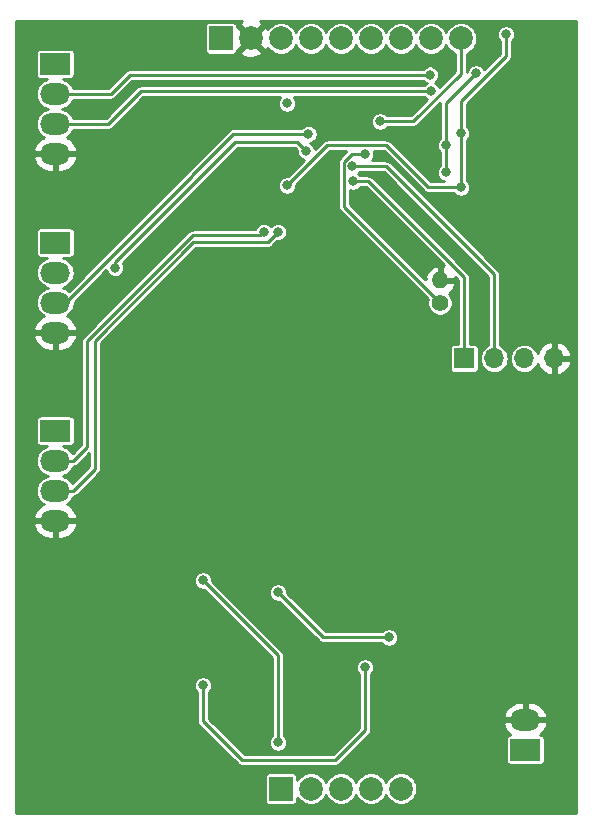
<source format=gbr>
%TF.GenerationSoftware,KiCad,Pcbnew,(5.1.2)-2*%
%TF.CreationDate,2020-09-07T08:08:20+07:00*%
%TF.ProjectId,ai-hw-elec,61692d68-772d-4656-9c65-632e6b696361,rev?*%
%TF.SameCoordinates,Original*%
%TF.FileFunction,Copper,L2,Bot*%
%TF.FilePolarity,Positive*%
%FSLAX46Y46*%
G04 Gerber Fmt 4.6, Leading zero omitted, Abs format (unit mm)*
G04 Created by KiCad (PCBNEW (5.1.2)-2) date 2020-09-07 08:08:20*
%MOMM*%
%LPD*%
G04 APERTURE LIST*
%TA.AperFunction,ComponentPad*%
%ADD10R,2.000000X2.000000*%
%TD*%
%TA.AperFunction,ComponentPad*%
%ADD11C,2.000000*%
%TD*%
%TA.AperFunction,ComponentPad*%
%ADD12O,2.524000X1.824000*%
%TD*%
%TA.AperFunction,ComponentPad*%
%ADD13R,2.524000X1.824000*%
%TD*%
%TA.AperFunction,ComponentPad*%
%ADD14R,1.700000X1.700000*%
%TD*%
%TA.AperFunction,ComponentPad*%
%ADD15O,1.700000X1.700000*%
%TD*%
%TA.AperFunction,ComponentPad*%
%ADD16C,1.400000*%
%TD*%
%TA.AperFunction,ComponentPad*%
%ADD17O,1.400000X1.400000*%
%TD*%
%TA.AperFunction,ViaPad*%
%ADD18C,0.800000*%
%TD*%
%TA.AperFunction,Conductor*%
%ADD19C,0.250000*%
%TD*%
%TA.AperFunction,Conductor*%
%ADD20C,0.254000*%
%TD*%
G04 APERTURE END LIST*
D10*
%TO.P,U4,1*%
%TO.N,3V3*%
X119872000Y-56982000D03*
D11*
%TO.P,U4,2*%
%TO.N,GND*%
X122412000Y-56982000D03*
%TO.P,U4,3*%
%TO.N,/CS*%
X124952000Y-56982000D03*
%TO.P,U4,4*%
%TO.N,/RESET*%
X127492000Y-56982000D03*
%TO.P,U4,5*%
%TO.N,/RS*%
X130032000Y-56982000D03*
%TO.P,U4,6*%
%TO.N,/LCD-MOSI*%
X132572000Y-56982000D03*
%TO.P,U4,7*%
%TO.N,/LCD-CLK*%
X135112000Y-56982000D03*
%TO.P,U4,8*%
%TO.N,/LED*%
X137652000Y-56982000D03*
%TO.P,U4,9*%
%TO.N,/LCD-MISO*%
X140192000Y-56982000D03*
D10*
%TO.P,U4,10*%
%TO.N,N/C*%
X124952000Y-120502000D03*
D11*
%TO.P,U4,11*%
X127492000Y-120502000D03*
%TO.P,U4,12*%
X130032000Y-120502000D03*
%TO.P,U4,13*%
X132572000Y-120502000D03*
%TO.P,U4,14*%
X135112000Y-120502000D03*
%TD*%
D12*
%TO.P,J2,2*%
%TO.N,GND*%
X145640000Y-114680000D03*
D13*
%TO.P,J2,1*%
%TO.N,12v*%
X145640000Y-117220000D03*
%TD*%
D14*
%TO.P,J1,1*%
%TO.N,/Stm32f103c8tx/SWCLK*%
X140462000Y-84074000D03*
D15*
%TO.P,J1,2*%
%TO.N,/Stm32f103c8tx/SWDIO*%
X143002000Y-84074000D03*
%TO.P,J1,3*%
%TO.N,/Stm32f103c8tx/res*%
X145542000Y-84074000D03*
%TO.P,J1,4*%
%TO.N,GND*%
X148082000Y-84074000D03*
%TD*%
D13*
%TO.P,J3,1*%
%TO.N,3V3*%
X105840000Y-74260000D03*
D12*
%TO.P,J3,2*%
%TO.N,/Stm32f103c8tx/uart1_rx*%
X105840000Y-76800000D03*
%TO.P,J3,3*%
%TO.N,/Stm32f103c8tx/uart1_tx*%
X105840000Y-79340000D03*
%TO.P,J3,4*%
%TO.N,GND*%
X105840000Y-81880000D03*
%TD*%
%TO.P,J4,4*%
%TO.N,GND*%
X105830000Y-66750000D03*
%TO.P,J4,3*%
%TO.N,/Stm32f103c8tx/uart2_tx*%
X105830000Y-64210000D03*
%TO.P,J4,2*%
%TO.N,/Stm32f103c8tx/uart2_rx*%
X105830000Y-61670000D03*
D13*
%TO.P,J4,1*%
%TO.N,3V3*%
X105830000Y-59130000D03*
%TD*%
%TO.P,J5,1*%
%TO.N,3V3*%
X105840000Y-90200000D03*
D12*
%TO.P,J5,2*%
%TO.N,/Stm32f103c8tx/i2c1_sda*%
X105840000Y-92740000D03*
%TO.P,J5,3*%
%TO.N,/Stm32f103c8tx/i2c1_scl*%
X105840000Y-95280000D03*
%TO.P,J5,4*%
%TO.N,GND*%
X105840000Y-97820000D03*
%TD*%
D16*
%TO.P,TH1,1*%
%TO.N,/Stm32f103c8tx/adc_1*%
X138430000Y-79370000D03*
D17*
%TO.P,TH1,2*%
%TO.N,GND*%
X138430000Y-77470000D03*
%TD*%
D18*
%TO.N,GND*%
X137160000Y-72390000D03*
X131572000Y-65278000D03*
X135382000Y-65532000D03*
X142494000Y-63008000D03*
X133604000Y-69088000D03*
X139192000Y-74676000D03*
X124730000Y-63980000D03*
X109120000Y-63160000D03*
X108180000Y-93350000D03*
%TO.N,5v*%
X124714000Y-116586000D03*
X118364000Y-102870000D03*
%TO.N,Net-(C3-Pad2)*%
X134112000Y-107696000D03*
X124714000Y-103886000D03*
%TO.N,12v*%
X118364000Y-111760000D03*
X132080000Y-110236000D03*
%TO.N,3V3*%
X140208000Y-65024000D03*
X144018000Y-56642000D03*
X125476000Y-69422000D03*
X125476000Y-62484000D03*
X140208000Y-69596000D03*
%TO.N,/Stm32f103c8tx/res*%
X141478000Y-59944000D03*
X138938000Y-66040000D03*
X138938000Y-68326000D03*
%TO.N,/Stm32f103c8tx/SWCLK*%
X131064000Y-69088000D03*
%TO.N,/Stm32f103c8tx/SWDIO*%
X131006986Y-67818000D03*
%TO.N,/LCD-MISO*%
X133350000Y-64008000D03*
%TO.N,/Stm32f103c8tx/uart1_rx*%
X127070000Y-66530000D03*
X110920000Y-76400000D03*
%TO.N,/Stm32f103c8tx/uart1_tx*%
X127280000Y-65080000D03*
%TO.N,/Stm32f103c8tx/uart2_tx*%
X137673347Y-61453347D03*
%TO.N,/Stm32f103c8tx/uart2_rx*%
X137580000Y-60050000D03*
%TO.N,/Stm32f103c8tx/i2c1_sda*%
X123497340Y-73377340D03*
%TO.N,/Stm32f103c8tx/i2c1_scl*%
X124710000Y-73370000D03*
%TO.N,/Stm32f103c8tx/adc_1*%
X132080000Y-66802000D03*
%TD*%
D19*
%TO.N,5v*%
X124714000Y-116586000D02*
X124714000Y-109220000D01*
X124714000Y-109220000D02*
X118364000Y-102870000D01*
%TO.N,Net-(C3-Pad2)*%
X134112000Y-107696000D02*
X128524000Y-107696000D01*
X128524000Y-107696000D02*
X124714000Y-103886000D01*
%TO.N,12v*%
X118364000Y-111760000D02*
X118364000Y-114808000D01*
X118364000Y-114808000D02*
X121666000Y-118110000D01*
X121666000Y-118110000D02*
X129540000Y-118110000D01*
X129540000Y-118110000D02*
X132080000Y-115570000D01*
X132080000Y-115570000D02*
X132080000Y-110236000D01*
%TO.N,3V3*%
X140208000Y-65024000D02*
X140208000Y-62287002D01*
X144018000Y-58477002D02*
X144018000Y-56642000D01*
X140208000Y-62287002D02*
X144018000Y-58477002D01*
X140208000Y-65024000D02*
X140208000Y-69596000D01*
X133858000Y-66040000D02*
X137414000Y-69596000D01*
X125476000Y-69422000D02*
X128858000Y-66040000D01*
X137414000Y-69596000D02*
X140208000Y-69596000D01*
X128858000Y-66040000D02*
X133858000Y-66040000D01*
%TO.N,/Stm32f103c8tx/res*%
X141478000Y-59944000D02*
X138938000Y-62484000D01*
X138938000Y-62484000D02*
X138938000Y-66040000D01*
X138938000Y-68326000D02*
X138938000Y-66040000D01*
%TO.N,/Stm32f103c8tx/SWCLK*%
X132334000Y-69088000D02*
X131064000Y-69088000D01*
X140462000Y-84074000D02*
X140462000Y-77216000D01*
X140462000Y-77216000D02*
X132334000Y-69088000D01*
%TO.N,/Stm32f103c8tx/SWDIO*%
X133858000Y-67818000D02*
X131006986Y-67818000D01*
X143002000Y-84074000D02*
X143002000Y-76962000D01*
X143002000Y-76962000D02*
X133858000Y-67818000D01*
%TO.N,/LCD-MISO*%
X136144000Y-64008000D02*
X133350000Y-64008000D01*
X140192000Y-56982000D02*
X140192000Y-59960000D01*
X140192000Y-59960000D02*
X136144000Y-64008000D01*
%TO.N,/Stm32f103c8tx/uart1_rx*%
X110920000Y-75938000D02*
X110920000Y-76400000D01*
X121072000Y-65786000D02*
X110920000Y-75938000D01*
X127070000Y-66530000D02*
X126326000Y-65786000D01*
X126326000Y-65786000D02*
X121072000Y-65786000D01*
%TO.N,/Stm32f103c8tx/uart1_tx*%
X106690000Y-79340000D02*
X105840000Y-79340000D01*
X117440000Y-68560000D02*
X117440000Y-68590000D01*
X117440000Y-68590000D02*
X106690000Y-79340000D01*
X127280000Y-65080000D02*
X120920000Y-65080000D01*
X120920000Y-65080000D02*
X117440000Y-68560000D01*
%TO.N,/Stm32f103c8tx/uart2_tx*%
X110330000Y-64210000D02*
X105830000Y-64210000D01*
X137673347Y-61453347D02*
X113086653Y-61453347D01*
X113086653Y-61453347D02*
X110330000Y-64210000D01*
%TO.N,/Stm32f103c8tx/uart2_rx*%
X112160000Y-60050000D02*
X137580000Y-60050000D01*
X105830000Y-61670000D02*
X110540000Y-61670000D01*
X110540000Y-61670000D02*
X112160000Y-60050000D01*
%TO.N,/Stm32f103c8tx/i2c1_sda*%
X107360000Y-92740000D02*
X108560000Y-91540000D01*
X105840000Y-92740000D02*
X107360000Y-92740000D01*
X108560000Y-91540000D02*
X108560000Y-82593589D01*
X108560000Y-82593589D02*
X117493589Y-73660000D01*
X123214680Y-73660000D02*
X123497340Y-73377340D01*
X117493589Y-73660000D02*
X123214680Y-73660000D01*
%TO.N,/Stm32f103c8tx/i2c1_scl*%
X123834998Y-74245002D02*
X124710000Y-73370000D01*
X107352000Y-95280000D02*
X109220000Y-93412000D01*
X105840000Y-95280000D02*
X107352000Y-95280000D01*
X109220000Y-93412000D02*
X109220000Y-82570000D01*
X109220000Y-82570000D02*
X117544998Y-74245002D01*
X117544998Y-74245002D02*
X123834998Y-74245002D01*
%TO.N,/Stm32f103c8tx/adc_1*%
X130949984Y-66802000D02*
X132080000Y-66802000D01*
X130281985Y-67469999D02*
X130949984Y-66802000D01*
X138430000Y-79370000D02*
X130281985Y-71221985D01*
X130281985Y-71221985D02*
X130281985Y-67469999D01*
%TD*%
D20*
%TO.N,GND*%
G36*
X121551956Y-55582186D02*
G01*
X121456192Y-55846587D01*
X122412000Y-56802395D01*
X123367808Y-55846587D01*
X123272044Y-55582186D01*
X123152436Y-55524000D01*
X149962001Y-55524000D01*
X149962000Y-122530000D01*
X102486000Y-122530000D01*
X102486000Y-119502000D01*
X123569157Y-119502000D01*
X123569157Y-121502000D01*
X123576513Y-121576689D01*
X123598299Y-121648508D01*
X123633678Y-121714696D01*
X123681289Y-121772711D01*
X123739304Y-121820322D01*
X123805492Y-121855701D01*
X123877311Y-121877487D01*
X123952000Y-121884843D01*
X125952000Y-121884843D01*
X126026689Y-121877487D01*
X126098508Y-121855701D01*
X126164696Y-121820322D01*
X126222711Y-121772711D01*
X126270322Y-121714696D01*
X126305701Y-121648508D01*
X126327487Y-121576689D01*
X126334843Y-121502000D01*
X126334843Y-121255926D01*
X126419307Y-121382336D01*
X126611664Y-121574693D01*
X126837851Y-121725826D01*
X127089177Y-121829929D01*
X127355983Y-121883000D01*
X127628017Y-121883000D01*
X127894823Y-121829929D01*
X128146149Y-121725826D01*
X128372336Y-121574693D01*
X128564693Y-121382336D01*
X128715826Y-121156149D01*
X128762000Y-121044675D01*
X128808174Y-121156149D01*
X128959307Y-121382336D01*
X129151664Y-121574693D01*
X129377851Y-121725826D01*
X129629177Y-121829929D01*
X129895983Y-121883000D01*
X130168017Y-121883000D01*
X130434823Y-121829929D01*
X130686149Y-121725826D01*
X130912336Y-121574693D01*
X131104693Y-121382336D01*
X131255826Y-121156149D01*
X131302000Y-121044675D01*
X131348174Y-121156149D01*
X131499307Y-121382336D01*
X131691664Y-121574693D01*
X131917851Y-121725826D01*
X132169177Y-121829929D01*
X132435983Y-121883000D01*
X132708017Y-121883000D01*
X132974823Y-121829929D01*
X133226149Y-121725826D01*
X133452336Y-121574693D01*
X133644693Y-121382336D01*
X133795826Y-121156149D01*
X133842000Y-121044675D01*
X133888174Y-121156149D01*
X134039307Y-121382336D01*
X134231664Y-121574693D01*
X134457851Y-121725826D01*
X134709177Y-121829929D01*
X134975983Y-121883000D01*
X135248017Y-121883000D01*
X135514823Y-121829929D01*
X135766149Y-121725826D01*
X135992336Y-121574693D01*
X136184693Y-121382336D01*
X136335826Y-121156149D01*
X136439929Y-120904823D01*
X136493000Y-120638017D01*
X136493000Y-120365983D01*
X136439929Y-120099177D01*
X136335826Y-119847851D01*
X136184693Y-119621664D01*
X135992336Y-119429307D01*
X135766149Y-119278174D01*
X135514823Y-119174071D01*
X135248017Y-119121000D01*
X134975983Y-119121000D01*
X134709177Y-119174071D01*
X134457851Y-119278174D01*
X134231664Y-119429307D01*
X134039307Y-119621664D01*
X133888174Y-119847851D01*
X133842000Y-119959325D01*
X133795826Y-119847851D01*
X133644693Y-119621664D01*
X133452336Y-119429307D01*
X133226149Y-119278174D01*
X132974823Y-119174071D01*
X132708017Y-119121000D01*
X132435983Y-119121000D01*
X132169177Y-119174071D01*
X131917851Y-119278174D01*
X131691664Y-119429307D01*
X131499307Y-119621664D01*
X131348174Y-119847851D01*
X131302000Y-119959325D01*
X131255826Y-119847851D01*
X131104693Y-119621664D01*
X130912336Y-119429307D01*
X130686149Y-119278174D01*
X130434823Y-119174071D01*
X130168017Y-119121000D01*
X129895983Y-119121000D01*
X129629177Y-119174071D01*
X129377851Y-119278174D01*
X129151664Y-119429307D01*
X128959307Y-119621664D01*
X128808174Y-119847851D01*
X128762000Y-119959325D01*
X128715826Y-119847851D01*
X128564693Y-119621664D01*
X128372336Y-119429307D01*
X128146149Y-119278174D01*
X127894823Y-119174071D01*
X127628017Y-119121000D01*
X127355983Y-119121000D01*
X127089177Y-119174071D01*
X126837851Y-119278174D01*
X126611664Y-119429307D01*
X126419307Y-119621664D01*
X126334843Y-119748074D01*
X126334843Y-119502000D01*
X126327487Y-119427311D01*
X126305701Y-119355492D01*
X126270322Y-119289304D01*
X126222711Y-119231289D01*
X126164696Y-119183678D01*
X126098508Y-119148299D01*
X126026689Y-119126513D01*
X125952000Y-119119157D01*
X123952000Y-119119157D01*
X123877311Y-119126513D01*
X123805492Y-119148299D01*
X123739304Y-119183678D01*
X123681289Y-119231289D01*
X123633678Y-119289304D01*
X123598299Y-119355492D01*
X123576513Y-119427311D01*
X123569157Y-119502000D01*
X102486000Y-119502000D01*
X102486000Y-111683078D01*
X117583000Y-111683078D01*
X117583000Y-111836922D01*
X117613013Y-111987809D01*
X117671887Y-112129942D01*
X117757358Y-112257859D01*
X117858000Y-112358501D01*
X117858001Y-114783144D01*
X117855553Y-114808000D01*
X117865322Y-114907192D01*
X117894255Y-115002574D01*
X117894256Y-115002575D01*
X117941242Y-115090479D01*
X118004474Y-115167527D01*
X118023781Y-115183372D01*
X121290628Y-118450220D01*
X121306473Y-118469527D01*
X121383521Y-118532759D01*
X121471425Y-118579745D01*
X121566806Y-118608678D01*
X121576694Y-118609652D01*
X121641146Y-118616000D01*
X121641153Y-118616000D01*
X121665999Y-118618447D01*
X121690845Y-118616000D01*
X129515154Y-118616000D01*
X129540000Y-118618447D01*
X129564846Y-118616000D01*
X129564854Y-118616000D01*
X129639193Y-118608678D01*
X129734575Y-118579745D01*
X129822479Y-118532759D01*
X129899527Y-118469527D01*
X129915376Y-118450215D01*
X132420220Y-115945372D01*
X132439527Y-115929527D01*
X132502759Y-115852479D01*
X132549745Y-115764575D01*
X132578678Y-115669193D01*
X132586000Y-115594854D01*
X132586000Y-115594847D01*
X132588447Y-115570001D01*
X132586000Y-115545155D01*
X132586000Y-115046624D01*
X143787071Y-115046624D01*
X143812158Y-115154679D01*
X143933160Y-115433871D01*
X144106304Y-115684092D01*
X144324937Y-115895726D01*
X144371557Y-115925792D01*
X144303311Y-115932513D01*
X144231492Y-115954299D01*
X144165304Y-115989678D01*
X144107289Y-116037289D01*
X144059678Y-116095304D01*
X144024299Y-116161492D01*
X144002513Y-116233311D01*
X143995157Y-116308000D01*
X143995157Y-118132000D01*
X144002513Y-118206689D01*
X144024299Y-118278508D01*
X144059678Y-118344696D01*
X144107289Y-118402711D01*
X144165304Y-118450322D01*
X144231492Y-118485701D01*
X144303311Y-118507487D01*
X144378000Y-118514843D01*
X146902000Y-118514843D01*
X146976689Y-118507487D01*
X147048508Y-118485701D01*
X147114696Y-118450322D01*
X147172711Y-118402711D01*
X147220322Y-118344696D01*
X147255701Y-118278508D01*
X147277487Y-118206689D01*
X147284843Y-118132000D01*
X147284843Y-116308000D01*
X147277487Y-116233311D01*
X147255701Y-116161492D01*
X147220322Y-116095304D01*
X147172711Y-116037289D01*
X147114696Y-115989678D01*
X147048508Y-115954299D01*
X146976689Y-115932513D01*
X146908443Y-115925792D01*
X146955063Y-115895726D01*
X147173696Y-115684092D01*
X147346840Y-115433871D01*
X147467842Y-115154679D01*
X147492929Y-115046624D01*
X147372429Y-114807000D01*
X145767000Y-114807000D01*
X145767000Y-114827000D01*
X145513000Y-114827000D01*
X145513000Y-114807000D01*
X143907571Y-114807000D01*
X143787071Y-115046624D01*
X132586000Y-115046624D01*
X132586000Y-114313376D01*
X143787071Y-114313376D01*
X143907571Y-114553000D01*
X145513000Y-114553000D01*
X145513000Y-113133000D01*
X145767000Y-113133000D01*
X145767000Y-114553000D01*
X147372429Y-114553000D01*
X147492929Y-114313376D01*
X147467842Y-114205321D01*
X147346840Y-113926129D01*
X147173696Y-113675908D01*
X146955063Y-113464274D01*
X146699343Y-113299359D01*
X146416364Y-113187502D01*
X146117000Y-113133000D01*
X145767000Y-113133000D01*
X145513000Y-113133000D01*
X145163000Y-113133000D01*
X144863636Y-113187502D01*
X144580657Y-113299359D01*
X144324937Y-113464274D01*
X144106304Y-113675908D01*
X143933160Y-113926129D01*
X143812158Y-114205321D01*
X143787071Y-114313376D01*
X132586000Y-114313376D01*
X132586000Y-110834501D01*
X132686642Y-110733859D01*
X132772113Y-110605942D01*
X132830987Y-110463809D01*
X132861000Y-110312922D01*
X132861000Y-110159078D01*
X132830987Y-110008191D01*
X132772113Y-109866058D01*
X132686642Y-109738141D01*
X132577859Y-109629358D01*
X132449942Y-109543887D01*
X132307809Y-109485013D01*
X132156922Y-109455000D01*
X132003078Y-109455000D01*
X131852191Y-109485013D01*
X131710058Y-109543887D01*
X131582141Y-109629358D01*
X131473358Y-109738141D01*
X131387887Y-109866058D01*
X131329013Y-110008191D01*
X131299000Y-110159078D01*
X131299000Y-110312922D01*
X131329013Y-110463809D01*
X131387887Y-110605942D01*
X131473358Y-110733859D01*
X131574001Y-110834502D01*
X131574000Y-115360408D01*
X129330409Y-117604000D01*
X121875592Y-117604000D01*
X118870000Y-114598409D01*
X118870000Y-112358501D01*
X118970642Y-112257859D01*
X119056113Y-112129942D01*
X119114987Y-111987809D01*
X119145000Y-111836922D01*
X119145000Y-111683078D01*
X119114987Y-111532191D01*
X119056113Y-111390058D01*
X118970642Y-111262141D01*
X118861859Y-111153358D01*
X118733942Y-111067887D01*
X118591809Y-111009013D01*
X118440922Y-110979000D01*
X118287078Y-110979000D01*
X118136191Y-111009013D01*
X117994058Y-111067887D01*
X117866141Y-111153358D01*
X117757358Y-111262141D01*
X117671887Y-111390058D01*
X117613013Y-111532191D01*
X117583000Y-111683078D01*
X102486000Y-111683078D01*
X102486000Y-102793078D01*
X117583000Y-102793078D01*
X117583000Y-102946922D01*
X117613013Y-103097809D01*
X117671887Y-103239942D01*
X117757358Y-103367859D01*
X117866141Y-103476642D01*
X117994058Y-103562113D01*
X118136191Y-103620987D01*
X118287078Y-103651000D01*
X118429409Y-103651000D01*
X124208001Y-109429593D01*
X124208000Y-115987499D01*
X124107358Y-116088141D01*
X124021887Y-116216058D01*
X123963013Y-116358191D01*
X123933000Y-116509078D01*
X123933000Y-116662922D01*
X123963013Y-116813809D01*
X124021887Y-116955942D01*
X124107358Y-117083859D01*
X124216141Y-117192642D01*
X124344058Y-117278113D01*
X124486191Y-117336987D01*
X124637078Y-117367000D01*
X124790922Y-117367000D01*
X124941809Y-117336987D01*
X125083942Y-117278113D01*
X125211859Y-117192642D01*
X125320642Y-117083859D01*
X125406113Y-116955942D01*
X125464987Y-116813809D01*
X125495000Y-116662922D01*
X125495000Y-116509078D01*
X125464987Y-116358191D01*
X125406113Y-116216058D01*
X125320642Y-116088141D01*
X125220000Y-115987499D01*
X125220000Y-109244845D01*
X125222447Y-109219999D01*
X125220000Y-109195153D01*
X125220000Y-109195146D01*
X125212678Y-109120807D01*
X125183745Y-109025425D01*
X125136759Y-108937521D01*
X125073527Y-108860473D01*
X125054220Y-108844628D01*
X120018670Y-103809078D01*
X123933000Y-103809078D01*
X123933000Y-103962922D01*
X123963013Y-104113809D01*
X124021887Y-104255942D01*
X124107358Y-104383859D01*
X124216141Y-104492642D01*
X124344058Y-104578113D01*
X124486191Y-104636987D01*
X124637078Y-104667000D01*
X124779409Y-104667000D01*
X128148628Y-108036220D01*
X128164473Y-108055527D01*
X128241521Y-108118759D01*
X128329425Y-108165745D01*
X128424807Y-108194678D01*
X128524000Y-108204448D01*
X128548854Y-108202000D01*
X133513499Y-108202000D01*
X133614141Y-108302642D01*
X133742058Y-108388113D01*
X133884191Y-108446987D01*
X134035078Y-108477000D01*
X134188922Y-108477000D01*
X134339809Y-108446987D01*
X134481942Y-108388113D01*
X134609859Y-108302642D01*
X134718642Y-108193859D01*
X134804113Y-108065942D01*
X134862987Y-107923809D01*
X134893000Y-107772922D01*
X134893000Y-107619078D01*
X134862987Y-107468191D01*
X134804113Y-107326058D01*
X134718642Y-107198141D01*
X134609859Y-107089358D01*
X134481942Y-107003887D01*
X134339809Y-106945013D01*
X134188922Y-106915000D01*
X134035078Y-106915000D01*
X133884191Y-106945013D01*
X133742058Y-107003887D01*
X133614141Y-107089358D01*
X133513499Y-107190000D01*
X128733592Y-107190000D01*
X125495000Y-103951409D01*
X125495000Y-103809078D01*
X125464987Y-103658191D01*
X125406113Y-103516058D01*
X125320642Y-103388141D01*
X125211859Y-103279358D01*
X125083942Y-103193887D01*
X124941809Y-103135013D01*
X124790922Y-103105000D01*
X124637078Y-103105000D01*
X124486191Y-103135013D01*
X124344058Y-103193887D01*
X124216141Y-103279358D01*
X124107358Y-103388141D01*
X124021887Y-103516058D01*
X123963013Y-103658191D01*
X123933000Y-103809078D01*
X120018670Y-103809078D01*
X119145000Y-102935409D01*
X119145000Y-102793078D01*
X119114987Y-102642191D01*
X119056113Y-102500058D01*
X118970642Y-102372141D01*
X118861859Y-102263358D01*
X118733942Y-102177887D01*
X118591809Y-102119013D01*
X118440922Y-102089000D01*
X118287078Y-102089000D01*
X118136191Y-102119013D01*
X117994058Y-102177887D01*
X117866141Y-102263358D01*
X117757358Y-102372141D01*
X117671887Y-102500058D01*
X117613013Y-102642191D01*
X117583000Y-102793078D01*
X102486000Y-102793078D01*
X102486000Y-98186624D01*
X103987071Y-98186624D01*
X104012158Y-98294679D01*
X104133160Y-98573871D01*
X104306304Y-98824092D01*
X104524937Y-99035726D01*
X104780657Y-99200641D01*
X105063636Y-99312498D01*
X105363000Y-99367000D01*
X105713000Y-99367000D01*
X105713000Y-97947000D01*
X105967000Y-97947000D01*
X105967000Y-99367000D01*
X106317000Y-99367000D01*
X106616364Y-99312498D01*
X106899343Y-99200641D01*
X107155063Y-99035726D01*
X107373696Y-98824092D01*
X107546840Y-98573871D01*
X107667842Y-98294679D01*
X107692929Y-98186624D01*
X107572429Y-97947000D01*
X105967000Y-97947000D01*
X105713000Y-97947000D01*
X104107571Y-97947000D01*
X103987071Y-98186624D01*
X102486000Y-98186624D01*
X102486000Y-97453376D01*
X103987071Y-97453376D01*
X104107571Y-97693000D01*
X105713000Y-97693000D01*
X105713000Y-97673000D01*
X105967000Y-97673000D01*
X105967000Y-97693000D01*
X107572429Y-97693000D01*
X107692929Y-97453376D01*
X107667842Y-97345321D01*
X107546840Y-97066129D01*
X107373696Y-96815908D01*
X107155063Y-96604274D01*
X106899343Y-96439359D01*
X106821483Y-96408582D01*
X106911828Y-96360292D01*
X107108713Y-96198713D01*
X107270292Y-96001828D01*
X107386144Y-95785085D01*
X107451193Y-95778678D01*
X107546575Y-95749745D01*
X107634479Y-95702759D01*
X107711527Y-95639527D01*
X107727376Y-95620215D01*
X109560220Y-93787372D01*
X109579527Y-93771527D01*
X109642759Y-93694479D01*
X109689745Y-93606575D01*
X109718678Y-93511193D01*
X109726000Y-93436854D01*
X109726000Y-93436853D01*
X109728448Y-93412000D01*
X109726000Y-93387146D01*
X109726000Y-82779591D01*
X117754590Y-74751002D01*
X123810152Y-74751002D01*
X123834998Y-74753449D01*
X123859844Y-74751002D01*
X123859852Y-74751002D01*
X123934191Y-74743680D01*
X124029573Y-74714747D01*
X124117477Y-74667761D01*
X124194525Y-74604529D01*
X124210374Y-74585217D01*
X124644592Y-74151000D01*
X124786922Y-74151000D01*
X124937809Y-74120987D01*
X125079942Y-74062113D01*
X125207859Y-73976642D01*
X125316642Y-73867859D01*
X125402113Y-73739942D01*
X125460987Y-73597809D01*
X125491000Y-73446922D01*
X125491000Y-73293078D01*
X125460987Y-73142191D01*
X125402113Y-73000058D01*
X125316642Y-72872141D01*
X125207859Y-72763358D01*
X125079942Y-72677887D01*
X124937809Y-72619013D01*
X124786922Y-72589000D01*
X124633078Y-72589000D01*
X124482191Y-72619013D01*
X124340058Y-72677887D01*
X124212141Y-72763358D01*
X124103358Y-72872141D01*
X124100668Y-72876167D01*
X123995199Y-72770698D01*
X123867282Y-72685227D01*
X123725149Y-72626353D01*
X123574262Y-72596340D01*
X123420418Y-72596340D01*
X123269531Y-72626353D01*
X123127398Y-72685227D01*
X122999481Y-72770698D01*
X122890698Y-72879481D01*
X122805227Y-73007398D01*
X122746353Y-73149531D01*
X122745464Y-73154000D01*
X117518443Y-73154000D01*
X117493589Y-73151552D01*
X117468735Y-73154000D01*
X117394396Y-73161322D01*
X117299014Y-73190255D01*
X117211110Y-73237241D01*
X117134062Y-73300473D01*
X117118218Y-73319779D01*
X108219781Y-82218217D01*
X108200474Y-82234062D01*
X108137242Y-82311110D01*
X108113954Y-82354679D01*
X108090255Y-82399015D01*
X108061322Y-82494397D01*
X108051553Y-82593589D01*
X108054001Y-82618445D01*
X108054000Y-91330408D01*
X107303712Y-92080697D01*
X107270292Y-92018172D01*
X107108713Y-91821287D01*
X106911828Y-91659708D01*
X106687204Y-91539644D01*
X106539514Y-91494843D01*
X107102000Y-91494843D01*
X107176689Y-91487487D01*
X107248508Y-91465701D01*
X107314696Y-91430322D01*
X107372711Y-91382711D01*
X107420322Y-91324696D01*
X107455701Y-91258508D01*
X107477487Y-91186689D01*
X107484843Y-91112000D01*
X107484843Y-89288000D01*
X107477487Y-89213311D01*
X107455701Y-89141492D01*
X107420322Y-89075304D01*
X107372711Y-89017289D01*
X107314696Y-88969678D01*
X107248508Y-88934299D01*
X107176689Y-88912513D01*
X107102000Y-88905157D01*
X104578000Y-88905157D01*
X104503311Y-88912513D01*
X104431492Y-88934299D01*
X104365304Y-88969678D01*
X104307289Y-89017289D01*
X104259678Y-89075304D01*
X104224299Y-89141492D01*
X104202513Y-89213311D01*
X104195157Y-89288000D01*
X104195157Y-91112000D01*
X104202513Y-91186689D01*
X104224299Y-91258508D01*
X104259678Y-91324696D01*
X104307289Y-91382711D01*
X104365304Y-91430322D01*
X104431492Y-91465701D01*
X104503311Y-91487487D01*
X104578000Y-91494843D01*
X105140486Y-91494843D01*
X104992796Y-91539644D01*
X104768172Y-91659708D01*
X104571287Y-91821287D01*
X104409708Y-92018172D01*
X104289644Y-92242796D01*
X104215709Y-92486528D01*
X104190744Y-92740000D01*
X104215709Y-92993472D01*
X104289644Y-93237204D01*
X104409708Y-93461828D01*
X104571287Y-93658713D01*
X104768172Y-93820292D01*
X104992796Y-93940356D01*
X105222382Y-94010000D01*
X104992796Y-94079644D01*
X104768172Y-94199708D01*
X104571287Y-94361287D01*
X104409708Y-94558172D01*
X104289644Y-94782796D01*
X104215709Y-95026528D01*
X104190744Y-95280000D01*
X104215709Y-95533472D01*
X104289644Y-95777204D01*
X104409708Y-96001828D01*
X104571287Y-96198713D01*
X104768172Y-96360292D01*
X104858517Y-96408582D01*
X104780657Y-96439359D01*
X104524937Y-96604274D01*
X104306304Y-96815908D01*
X104133160Y-97066129D01*
X104012158Y-97345321D01*
X103987071Y-97453376D01*
X102486000Y-97453376D01*
X102486000Y-82246624D01*
X103987071Y-82246624D01*
X104012158Y-82354679D01*
X104133160Y-82633871D01*
X104306304Y-82884092D01*
X104524937Y-83095726D01*
X104780657Y-83260641D01*
X105063636Y-83372498D01*
X105363000Y-83427000D01*
X105713000Y-83427000D01*
X105713000Y-82007000D01*
X105967000Y-82007000D01*
X105967000Y-83427000D01*
X106317000Y-83427000D01*
X106616364Y-83372498D01*
X106899343Y-83260641D01*
X107155063Y-83095726D01*
X107373696Y-82884092D01*
X107546840Y-82633871D01*
X107667842Y-82354679D01*
X107692929Y-82246624D01*
X107572429Y-82007000D01*
X105967000Y-82007000D01*
X105713000Y-82007000D01*
X104107571Y-82007000D01*
X103987071Y-82246624D01*
X102486000Y-82246624D01*
X102486000Y-67116624D01*
X103977071Y-67116624D01*
X104002158Y-67224679D01*
X104123160Y-67503871D01*
X104296304Y-67754092D01*
X104514937Y-67965726D01*
X104770657Y-68130641D01*
X105053636Y-68242498D01*
X105353000Y-68297000D01*
X105703000Y-68297000D01*
X105703000Y-66877000D01*
X105957000Y-66877000D01*
X105957000Y-68297000D01*
X106307000Y-68297000D01*
X106606364Y-68242498D01*
X106889343Y-68130641D01*
X107145063Y-67965726D01*
X107363696Y-67754092D01*
X107536840Y-67503871D01*
X107657842Y-67224679D01*
X107682929Y-67116624D01*
X107562429Y-66877000D01*
X105957000Y-66877000D01*
X105703000Y-66877000D01*
X104097571Y-66877000D01*
X103977071Y-67116624D01*
X102486000Y-67116624D01*
X102486000Y-66383376D01*
X103977071Y-66383376D01*
X104097571Y-66623000D01*
X105703000Y-66623000D01*
X105703000Y-66603000D01*
X105957000Y-66603000D01*
X105957000Y-66623000D01*
X107562429Y-66623000D01*
X107682929Y-66383376D01*
X107657842Y-66275321D01*
X107536840Y-65996129D01*
X107363696Y-65745908D01*
X107145063Y-65534274D01*
X106889343Y-65369359D01*
X106811483Y-65338582D01*
X106901828Y-65290292D01*
X107098713Y-65128713D01*
X107260292Y-64931828D01*
X107375654Y-64716000D01*
X110305154Y-64716000D01*
X110330000Y-64718447D01*
X110354846Y-64716000D01*
X110354854Y-64716000D01*
X110429193Y-64708678D01*
X110524575Y-64679745D01*
X110612479Y-64632759D01*
X110689527Y-64569527D01*
X110705376Y-64550215D01*
X113296245Y-61959347D01*
X124896152Y-61959347D01*
X124869358Y-61986141D01*
X124783887Y-62114058D01*
X124725013Y-62256191D01*
X124695000Y-62407078D01*
X124695000Y-62560922D01*
X124725013Y-62711809D01*
X124783887Y-62853942D01*
X124869358Y-62981859D01*
X124978141Y-63090642D01*
X125106058Y-63176113D01*
X125248191Y-63234987D01*
X125399078Y-63265000D01*
X125552922Y-63265000D01*
X125703809Y-63234987D01*
X125845942Y-63176113D01*
X125973859Y-63090642D01*
X126082642Y-62981859D01*
X126168113Y-62853942D01*
X126226987Y-62711809D01*
X126257000Y-62560922D01*
X126257000Y-62407078D01*
X126226987Y-62256191D01*
X126168113Y-62114058D01*
X126082642Y-61986141D01*
X126055848Y-61959347D01*
X137074846Y-61959347D01*
X137175488Y-62059989D01*
X137295938Y-62140471D01*
X135934409Y-63502000D01*
X133948501Y-63502000D01*
X133847859Y-63401358D01*
X133719942Y-63315887D01*
X133577809Y-63257013D01*
X133426922Y-63227000D01*
X133273078Y-63227000D01*
X133122191Y-63257013D01*
X132980058Y-63315887D01*
X132852141Y-63401358D01*
X132743358Y-63510141D01*
X132657887Y-63638058D01*
X132599013Y-63780191D01*
X132569000Y-63931078D01*
X132569000Y-64084922D01*
X132599013Y-64235809D01*
X132657887Y-64377942D01*
X132743358Y-64505859D01*
X132852141Y-64614642D01*
X132980058Y-64700113D01*
X133122191Y-64758987D01*
X133273078Y-64789000D01*
X133426922Y-64789000D01*
X133577809Y-64758987D01*
X133719942Y-64700113D01*
X133847859Y-64614642D01*
X133948501Y-64514000D01*
X136119154Y-64514000D01*
X136144000Y-64516447D01*
X136168846Y-64514000D01*
X136168854Y-64514000D01*
X136243193Y-64506678D01*
X136338575Y-64477745D01*
X136426479Y-64430759D01*
X136503527Y-64367527D01*
X136519376Y-64348215D01*
X138434574Y-62433018D01*
X138432000Y-62459147D01*
X138432000Y-62459154D01*
X138429553Y-62484000D01*
X138432000Y-62508846D01*
X138432001Y-65441498D01*
X138331358Y-65542141D01*
X138245887Y-65670058D01*
X138187013Y-65812191D01*
X138157000Y-65963078D01*
X138157000Y-66116922D01*
X138187013Y-66267809D01*
X138245887Y-66409942D01*
X138331358Y-66537859D01*
X138432001Y-66638502D01*
X138432000Y-67727499D01*
X138331358Y-67828141D01*
X138245887Y-67956058D01*
X138187013Y-68098191D01*
X138157000Y-68249078D01*
X138157000Y-68402922D01*
X138187013Y-68553809D01*
X138245887Y-68695942D01*
X138331358Y-68823859D01*
X138440141Y-68932642D01*
X138568058Y-69018113D01*
X138710191Y-69076987D01*
X138775612Y-69090000D01*
X137623592Y-69090000D01*
X134233376Y-65699785D01*
X134217527Y-65680473D01*
X134140479Y-65617241D01*
X134052575Y-65570255D01*
X133957193Y-65541322D01*
X133882854Y-65534000D01*
X133882846Y-65534000D01*
X133858000Y-65531553D01*
X133833154Y-65534000D01*
X128882845Y-65534000D01*
X128857999Y-65531553D01*
X128833153Y-65534000D01*
X128833146Y-65534000D01*
X128768694Y-65540348D01*
X128758806Y-65541322D01*
X128736607Y-65548056D01*
X128663425Y-65570255D01*
X128575521Y-65617241D01*
X128498473Y-65680473D01*
X128482628Y-65699780D01*
X127830814Y-66351594D01*
X127820987Y-66302191D01*
X127762113Y-66160058D01*
X127676642Y-66032141D01*
X127567859Y-65923358D01*
X127447553Y-65842973D01*
X127507809Y-65830987D01*
X127649942Y-65772113D01*
X127777859Y-65686642D01*
X127886642Y-65577859D01*
X127972113Y-65449942D01*
X128030987Y-65307809D01*
X128061000Y-65156922D01*
X128061000Y-65003078D01*
X128030987Y-64852191D01*
X127972113Y-64710058D01*
X127886642Y-64582141D01*
X127777859Y-64473358D01*
X127649942Y-64387887D01*
X127507809Y-64329013D01*
X127356922Y-64299000D01*
X127203078Y-64299000D01*
X127052191Y-64329013D01*
X126910058Y-64387887D01*
X126782141Y-64473358D01*
X126681499Y-64574000D01*
X120944845Y-64574000D01*
X120919999Y-64571553D01*
X120895153Y-64574000D01*
X120895146Y-64574000D01*
X120830694Y-64580348D01*
X120820806Y-64581322D01*
X120755141Y-64601241D01*
X120725425Y-64610255D01*
X120637521Y-64657241D01*
X120560473Y-64720473D01*
X120544628Y-64739780D01*
X117099785Y-68184624D01*
X117080473Y-68200473D01*
X117017241Y-68277521D01*
X116994682Y-68319726D01*
X106990300Y-78324109D01*
X106911828Y-78259708D01*
X106687204Y-78139644D01*
X106457618Y-78070000D01*
X106687204Y-78000356D01*
X106911828Y-77880292D01*
X107108713Y-77718713D01*
X107270292Y-77521828D01*
X107390356Y-77297204D01*
X107464291Y-77053472D01*
X107489256Y-76800000D01*
X107464291Y-76546528D01*
X107390356Y-76302796D01*
X107270292Y-76078172D01*
X107108713Y-75881287D01*
X106911828Y-75719708D01*
X106687204Y-75599644D01*
X106539514Y-75554843D01*
X107102000Y-75554843D01*
X107176689Y-75547487D01*
X107248508Y-75525701D01*
X107314696Y-75490322D01*
X107372711Y-75442711D01*
X107420322Y-75384696D01*
X107455701Y-75318508D01*
X107477487Y-75246689D01*
X107484843Y-75172000D01*
X107484843Y-73348000D01*
X107477487Y-73273311D01*
X107455701Y-73201492D01*
X107420322Y-73135304D01*
X107372711Y-73077289D01*
X107314696Y-73029678D01*
X107248508Y-72994299D01*
X107176689Y-72972513D01*
X107102000Y-72965157D01*
X104578000Y-72965157D01*
X104503311Y-72972513D01*
X104431492Y-72994299D01*
X104365304Y-73029678D01*
X104307289Y-73077289D01*
X104259678Y-73135304D01*
X104224299Y-73201492D01*
X104202513Y-73273311D01*
X104195157Y-73348000D01*
X104195157Y-75172000D01*
X104202513Y-75246689D01*
X104224299Y-75318508D01*
X104259678Y-75384696D01*
X104307289Y-75442711D01*
X104365304Y-75490322D01*
X104431492Y-75525701D01*
X104503311Y-75547487D01*
X104578000Y-75554843D01*
X105140486Y-75554843D01*
X104992796Y-75599644D01*
X104768172Y-75719708D01*
X104571287Y-75881287D01*
X104409708Y-76078172D01*
X104289644Y-76302796D01*
X104215709Y-76546528D01*
X104190744Y-76800000D01*
X104215709Y-77053472D01*
X104289644Y-77297204D01*
X104409708Y-77521828D01*
X104571287Y-77718713D01*
X104768172Y-77880292D01*
X104992796Y-78000356D01*
X105222382Y-78070000D01*
X104992796Y-78139644D01*
X104768172Y-78259708D01*
X104571287Y-78421287D01*
X104409708Y-78618172D01*
X104289644Y-78842796D01*
X104215709Y-79086528D01*
X104190744Y-79340000D01*
X104215709Y-79593472D01*
X104289644Y-79837204D01*
X104409708Y-80061828D01*
X104571287Y-80258713D01*
X104768172Y-80420292D01*
X104858517Y-80468582D01*
X104780657Y-80499359D01*
X104524937Y-80664274D01*
X104306304Y-80875908D01*
X104133160Y-81126129D01*
X104012158Y-81405321D01*
X103987071Y-81513376D01*
X104107571Y-81753000D01*
X105713000Y-81753000D01*
X105713000Y-81733000D01*
X105967000Y-81733000D01*
X105967000Y-81753000D01*
X107572429Y-81753000D01*
X107692929Y-81513376D01*
X107667842Y-81405321D01*
X107546840Y-81126129D01*
X107373696Y-80875908D01*
X107155063Y-80664274D01*
X106899343Y-80499359D01*
X106821483Y-80468582D01*
X106911828Y-80420292D01*
X107108713Y-80258713D01*
X107270292Y-80061828D01*
X107390356Y-79837204D01*
X107464291Y-79593472D01*
X107489256Y-79340000D01*
X107481754Y-79263837D01*
X110160513Y-76585078D01*
X110169013Y-76627809D01*
X110227887Y-76769942D01*
X110313358Y-76897859D01*
X110422141Y-77006642D01*
X110550058Y-77092113D01*
X110692191Y-77150987D01*
X110843078Y-77181000D01*
X110996922Y-77181000D01*
X111147809Y-77150987D01*
X111289942Y-77092113D01*
X111417859Y-77006642D01*
X111526642Y-76897859D01*
X111612113Y-76769942D01*
X111670987Y-76627809D01*
X111701000Y-76476922D01*
X111701000Y-76323078D01*
X111670987Y-76172191D01*
X111612113Y-76030058D01*
X111584644Y-75988947D01*
X121281592Y-66292000D01*
X126116409Y-66292000D01*
X126289000Y-66464591D01*
X126289000Y-66606922D01*
X126319013Y-66757809D01*
X126377887Y-66899942D01*
X126463358Y-67027859D01*
X126572141Y-67136642D01*
X126700058Y-67222113D01*
X126842191Y-67280987D01*
X126891595Y-67290814D01*
X125541409Y-68641000D01*
X125399078Y-68641000D01*
X125248191Y-68671013D01*
X125106058Y-68729887D01*
X124978141Y-68815358D01*
X124869358Y-68924141D01*
X124783887Y-69052058D01*
X124725013Y-69194191D01*
X124695000Y-69345078D01*
X124695000Y-69498922D01*
X124725013Y-69649809D01*
X124783887Y-69791942D01*
X124869358Y-69919859D01*
X124978141Y-70028642D01*
X125106058Y-70114113D01*
X125248191Y-70172987D01*
X125399078Y-70203000D01*
X125552922Y-70203000D01*
X125703809Y-70172987D01*
X125845942Y-70114113D01*
X125973859Y-70028642D01*
X126082642Y-69919859D01*
X126168113Y-69791942D01*
X126226987Y-69649809D01*
X126257000Y-69498922D01*
X126257000Y-69356591D01*
X129067592Y-66546000D01*
X130490392Y-66546000D01*
X129941765Y-67094628D01*
X129922459Y-67110472D01*
X129859227Y-67187520D01*
X129846485Y-67211358D01*
X129812240Y-67275425D01*
X129783307Y-67370807D01*
X129773538Y-67469999D01*
X129775986Y-67494855D01*
X129775985Y-71197139D01*
X129773538Y-71221985D01*
X129775985Y-71246831D01*
X129775985Y-71246838D01*
X129783307Y-71321177D01*
X129812240Y-71416559D01*
X129859226Y-71504464D01*
X129922458Y-71581512D01*
X129941770Y-71597361D01*
X137393047Y-79048639D01*
X137390543Y-79054684D01*
X137349000Y-79263531D01*
X137349000Y-79476469D01*
X137390543Y-79685316D01*
X137472031Y-79882045D01*
X137590333Y-80059097D01*
X137740903Y-80209667D01*
X137917955Y-80327969D01*
X138114684Y-80409457D01*
X138323531Y-80451000D01*
X138536469Y-80451000D01*
X138745316Y-80409457D01*
X138942045Y-80327969D01*
X139119097Y-80209667D01*
X139269667Y-80059097D01*
X139387969Y-79882045D01*
X139469457Y-79685316D01*
X139511000Y-79476469D01*
X139511000Y-79263531D01*
X139469457Y-79054684D01*
X139387969Y-78857955D01*
X139269667Y-78680903D01*
X139166257Y-78577493D01*
X139319670Y-78465351D01*
X139496759Y-78272660D01*
X139632853Y-78049123D01*
X139722722Y-77803330D01*
X139600201Y-77597000D01*
X138557000Y-77597000D01*
X138557000Y-77617000D01*
X138303000Y-77617000D01*
X138303000Y-77597000D01*
X138283000Y-77597000D01*
X138283000Y-77343000D01*
X138303000Y-77343000D01*
X138303000Y-76300626D01*
X138096671Y-76177284D01*
X137988956Y-76209953D01*
X137751608Y-76320208D01*
X137540330Y-76474649D01*
X137363241Y-76667340D01*
X137227147Y-76890877D01*
X137137278Y-77136670D01*
X137259798Y-77342998D01*
X137118590Y-77342998D01*
X130787985Y-71012394D01*
X130787985Y-69819019D01*
X130836191Y-69838987D01*
X130987078Y-69869000D01*
X131140922Y-69869000D01*
X131291809Y-69838987D01*
X131433942Y-69780113D01*
X131561859Y-69694642D01*
X131662501Y-69594000D01*
X132124409Y-69594000D01*
X138728508Y-76198100D01*
X138557000Y-76300626D01*
X138557000Y-77343000D01*
X139600201Y-77343000D01*
X139701991Y-77171583D01*
X139956001Y-77425593D01*
X139956000Y-82841157D01*
X139612000Y-82841157D01*
X139537311Y-82848513D01*
X139465492Y-82870299D01*
X139399304Y-82905678D01*
X139341289Y-82953289D01*
X139293678Y-83011304D01*
X139258299Y-83077492D01*
X139236513Y-83149311D01*
X139229157Y-83224000D01*
X139229157Y-84924000D01*
X139236513Y-84998689D01*
X139258299Y-85070508D01*
X139293678Y-85136696D01*
X139341289Y-85194711D01*
X139399304Y-85242322D01*
X139465492Y-85277701D01*
X139537311Y-85299487D01*
X139612000Y-85306843D01*
X141312000Y-85306843D01*
X141386689Y-85299487D01*
X141458508Y-85277701D01*
X141524696Y-85242322D01*
X141582711Y-85194711D01*
X141630322Y-85136696D01*
X141665701Y-85070508D01*
X141687487Y-84998689D01*
X141694843Y-84924000D01*
X141694843Y-83224000D01*
X141687487Y-83149311D01*
X141665701Y-83077492D01*
X141630322Y-83011304D01*
X141582711Y-82953289D01*
X141524696Y-82905678D01*
X141458508Y-82870299D01*
X141386689Y-82848513D01*
X141312000Y-82841157D01*
X140968000Y-82841157D01*
X140968000Y-77240854D01*
X140970448Y-77216000D01*
X140960678Y-77116807D01*
X140931745Y-77021425D01*
X140899981Y-76962000D01*
X140884759Y-76933521D01*
X140821527Y-76856473D01*
X140802220Y-76840628D01*
X132709376Y-68747785D01*
X132693527Y-68728473D01*
X132616479Y-68665241D01*
X132528575Y-68618255D01*
X132433193Y-68589322D01*
X132358854Y-68582000D01*
X132358846Y-68582000D01*
X132334000Y-68579553D01*
X132309154Y-68582000D01*
X131662501Y-68582000D01*
X131561859Y-68481358D01*
X131490911Y-68433952D01*
X131504845Y-68424642D01*
X131605487Y-68324000D01*
X133648409Y-68324000D01*
X142496001Y-77171593D01*
X142496000Y-82948647D01*
X142314784Y-83045509D01*
X142127340Y-83199340D01*
X141973509Y-83386784D01*
X141859202Y-83600637D01*
X141788812Y-83832682D01*
X141765044Y-84074000D01*
X141788812Y-84315318D01*
X141859202Y-84547363D01*
X141973509Y-84761216D01*
X142127340Y-84948660D01*
X142314784Y-85102491D01*
X142528637Y-85216798D01*
X142760682Y-85287188D01*
X142941528Y-85305000D01*
X143062472Y-85305000D01*
X143243318Y-85287188D01*
X143475363Y-85216798D01*
X143689216Y-85102491D01*
X143876660Y-84948660D01*
X144030491Y-84761216D01*
X144144798Y-84547363D01*
X144215188Y-84315318D01*
X144238956Y-84074000D01*
X144305044Y-84074000D01*
X144328812Y-84315318D01*
X144399202Y-84547363D01*
X144513509Y-84761216D01*
X144667340Y-84948660D01*
X144854784Y-85102491D01*
X145068637Y-85216798D01*
X145300682Y-85287188D01*
X145481528Y-85305000D01*
X145602472Y-85305000D01*
X145783318Y-85287188D01*
X146015363Y-85216798D01*
X146229216Y-85102491D01*
X146416660Y-84948660D01*
X146570491Y-84761216D01*
X146683017Y-84550695D01*
X146737843Y-84705252D01*
X146886822Y-84955355D01*
X147081731Y-85171588D01*
X147315080Y-85345641D01*
X147577901Y-85470825D01*
X147725110Y-85515476D01*
X147955000Y-85394155D01*
X147955000Y-84201000D01*
X148209000Y-84201000D01*
X148209000Y-85394155D01*
X148438890Y-85515476D01*
X148586099Y-85470825D01*
X148848920Y-85345641D01*
X149082269Y-85171588D01*
X149277178Y-84955355D01*
X149426157Y-84705252D01*
X149523481Y-84430891D01*
X149402814Y-84201000D01*
X148209000Y-84201000D01*
X147955000Y-84201000D01*
X147935000Y-84201000D01*
X147935000Y-83947000D01*
X147955000Y-83947000D01*
X147955000Y-82753845D01*
X148209000Y-82753845D01*
X148209000Y-83947000D01*
X149402814Y-83947000D01*
X149523481Y-83717109D01*
X149426157Y-83442748D01*
X149277178Y-83192645D01*
X149082269Y-82976412D01*
X148848920Y-82802359D01*
X148586099Y-82677175D01*
X148438890Y-82632524D01*
X148209000Y-82753845D01*
X147955000Y-82753845D01*
X147725110Y-82632524D01*
X147577901Y-82677175D01*
X147315080Y-82802359D01*
X147081731Y-82976412D01*
X146886822Y-83192645D01*
X146737843Y-83442748D01*
X146683017Y-83597305D01*
X146570491Y-83386784D01*
X146416660Y-83199340D01*
X146229216Y-83045509D01*
X146015363Y-82931202D01*
X145783318Y-82860812D01*
X145602472Y-82843000D01*
X145481528Y-82843000D01*
X145300682Y-82860812D01*
X145068637Y-82931202D01*
X144854784Y-83045509D01*
X144667340Y-83199340D01*
X144513509Y-83386784D01*
X144399202Y-83600637D01*
X144328812Y-83832682D01*
X144305044Y-84074000D01*
X144238956Y-84074000D01*
X144215188Y-83832682D01*
X144144798Y-83600637D01*
X144030491Y-83386784D01*
X143876660Y-83199340D01*
X143689216Y-83045509D01*
X143508000Y-82948647D01*
X143508000Y-76986854D01*
X143510448Y-76962000D01*
X143500678Y-76862807D01*
X143471745Y-76767425D01*
X143444964Y-76717322D01*
X143424759Y-76679521D01*
X143361527Y-76602473D01*
X143342220Y-76586628D01*
X134233376Y-67477785D01*
X134217527Y-67458473D01*
X134140479Y-67395241D01*
X134052575Y-67348255D01*
X133957193Y-67319322D01*
X133882854Y-67312000D01*
X133882846Y-67312000D01*
X133858000Y-67309553D01*
X133833154Y-67312000D01*
X132674501Y-67312000D01*
X132686642Y-67299859D01*
X132772113Y-67171942D01*
X132830987Y-67029809D01*
X132861000Y-66878922D01*
X132861000Y-66725078D01*
X132830987Y-66574191D01*
X132819310Y-66546000D01*
X133648409Y-66546000D01*
X137038628Y-69936220D01*
X137054473Y-69955527D01*
X137131521Y-70018759D01*
X137219425Y-70065745D01*
X137292607Y-70087944D01*
X137314806Y-70094678D01*
X137324694Y-70095652D01*
X137389146Y-70102000D01*
X137389153Y-70102000D01*
X137413999Y-70104447D01*
X137438845Y-70102000D01*
X139609499Y-70102000D01*
X139710141Y-70202642D01*
X139838058Y-70288113D01*
X139980191Y-70346987D01*
X140131078Y-70377000D01*
X140284922Y-70377000D01*
X140435809Y-70346987D01*
X140577942Y-70288113D01*
X140705859Y-70202642D01*
X140814642Y-70093859D01*
X140900113Y-69965942D01*
X140958987Y-69823809D01*
X140989000Y-69672922D01*
X140989000Y-69519078D01*
X140958987Y-69368191D01*
X140900113Y-69226058D01*
X140814642Y-69098141D01*
X140714000Y-68997499D01*
X140714000Y-65622501D01*
X140814642Y-65521859D01*
X140900113Y-65393942D01*
X140958987Y-65251809D01*
X140989000Y-65100922D01*
X140989000Y-64947078D01*
X140958987Y-64796191D01*
X140900113Y-64654058D01*
X140814642Y-64526141D01*
X140714000Y-64425499D01*
X140714000Y-62496593D01*
X144358220Y-58852374D01*
X144377527Y-58836529D01*
X144440759Y-58759481D01*
X144487745Y-58671577D01*
X144516678Y-58576195D01*
X144524000Y-58501856D01*
X144524000Y-58501855D01*
X144526448Y-58477002D01*
X144524000Y-58452148D01*
X144524000Y-57240501D01*
X144624642Y-57139859D01*
X144710113Y-57011942D01*
X144768987Y-56869809D01*
X144799000Y-56718922D01*
X144799000Y-56565078D01*
X144768987Y-56414191D01*
X144710113Y-56272058D01*
X144624642Y-56144141D01*
X144515859Y-56035358D01*
X144387942Y-55949887D01*
X144245809Y-55891013D01*
X144094922Y-55861000D01*
X143941078Y-55861000D01*
X143790191Y-55891013D01*
X143648058Y-55949887D01*
X143520141Y-56035358D01*
X143411358Y-56144141D01*
X143325887Y-56272058D01*
X143267013Y-56414191D01*
X143237000Y-56565078D01*
X143237000Y-56718922D01*
X143267013Y-56869809D01*
X143325887Y-57011942D01*
X143411358Y-57139859D01*
X143512001Y-57240502D01*
X143512000Y-58267410D01*
X142180434Y-59598976D01*
X142170113Y-59574058D01*
X142084642Y-59446141D01*
X141975859Y-59337358D01*
X141847942Y-59251887D01*
X141705809Y-59193013D01*
X141554922Y-59163000D01*
X141401078Y-59163000D01*
X141250191Y-59193013D01*
X141108058Y-59251887D01*
X140980141Y-59337358D01*
X140871358Y-59446141D01*
X140785887Y-59574058D01*
X140727013Y-59716191D01*
X140698000Y-59862051D01*
X140698000Y-58267192D01*
X140846149Y-58205826D01*
X141072336Y-58054693D01*
X141264693Y-57862336D01*
X141415826Y-57636149D01*
X141519929Y-57384823D01*
X141573000Y-57118017D01*
X141573000Y-56845983D01*
X141519929Y-56579177D01*
X141415826Y-56327851D01*
X141264693Y-56101664D01*
X141072336Y-55909307D01*
X140846149Y-55758174D01*
X140594823Y-55654071D01*
X140328017Y-55601000D01*
X140055983Y-55601000D01*
X139789177Y-55654071D01*
X139537851Y-55758174D01*
X139311664Y-55909307D01*
X139119307Y-56101664D01*
X138968174Y-56327851D01*
X138922000Y-56439325D01*
X138875826Y-56327851D01*
X138724693Y-56101664D01*
X138532336Y-55909307D01*
X138306149Y-55758174D01*
X138054823Y-55654071D01*
X137788017Y-55601000D01*
X137515983Y-55601000D01*
X137249177Y-55654071D01*
X136997851Y-55758174D01*
X136771664Y-55909307D01*
X136579307Y-56101664D01*
X136428174Y-56327851D01*
X136382000Y-56439325D01*
X136335826Y-56327851D01*
X136184693Y-56101664D01*
X135992336Y-55909307D01*
X135766149Y-55758174D01*
X135514823Y-55654071D01*
X135248017Y-55601000D01*
X134975983Y-55601000D01*
X134709177Y-55654071D01*
X134457851Y-55758174D01*
X134231664Y-55909307D01*
X134039307Y-56101664D01*
X133888174Y-56327851D01*
X133842000Y-56439325D01*
X133795826Y-56327851D01*
X133644693Y-56101664D01*
X133452336Y-55909307D01*
X133226149Y-55758174D01*
X132974823Y-55654071D01*
X132708017Y-55601000D01*
X132435983Y-55601000D01*
X132169177Y-55654071D01*
X131917851Y-55758174D01*
X131691664Y-55909307D01*
X131499307Y-56101664D01*
X131348174Y-56327851D01*
X131302000Y-56439325D01*
X131255826Y-56327851D01*
X131104693Y-56101664D01*
X130912336Y-55909307D01*
X130686149Y-55758174D01*
X130434823Y-55654071D01*
X130168017Y-55601000D01*
X129895983Y-55601000D01*
X129629177Y-55654071D01*
X129377851Y-55758174D01*
X129151664Y-55909307D01*
X128959307Y-56101664D01*
X128808174Y-56327851D01*
X128762000Y-56439325D01*
X128715826Y-56327851D01*
X128564693Y-56101664D01*
X128372336Y-55909307D01*
X128146149Y-55758174D01*
X127894823Y-55654071D01*
X127628017Y-55601000D01*
X127355983Y-55601000D01*
X127089177Y-55654071D01*
X126837851Y-55758174D01*
X126611664Y-55909307D01*
X126419307Y-56101664D01*
X126268174Y-56327851D01*
X126222000Y-56439325D01*
X126175826Y-56327851D01*
X126024693Y-56101664D01*
X125832336Y-55909307D01*
X125606149Y-55758174D01*
X125354823Y-55654071D01*
X125088017Y-55601000D01*
X124815983Y-55601000D01*
X124549177Y-55654071D01*
X124297851Y-55758174D01*
X124071664Y-55909307D01*
X123879307Y-56101664D01*
X123835784Y-56166801D01*
X123811814Y-56121956D01*
X123547413Y-56026192D01*
X122591605Y-56982000D01*
X123547413Y-57937808D01*
X123811814Y-57842044D01*
X123834537Y-57795333D01*
X123879307Y-57862336D01*
X124071664Y-58054693D01*
X124297851Y-58205826D01*
X124549177Y-58309929D01*
X124815983Y-58363000D01*
X125088017Y-58363000D01*
X125354823Y-58309929D01*
X125606149Y-58205826D01*
X125832336Y-58054693D01*
X126024693Y-57862336D01*
X126175826Y-57636149D01*
X126222000Y-57524675D01*
X126268174Y-57636149D01*
X126419307Y-57862336D01*
X126611664Y-58054693D01*
X126837851Y-58205826D01*
X127089177Y-58309929D01*
X127355983Y-58363000D01*
X127628017Y-58363000D01*
X127894823Y-58309929D01*
X128146149Y-58205826D01*
X128372336Y-58054693D01*
X128564693Y-57862336D01*
X128715826Y-57636149D01*
X128762000Y-57524675D01*
X128808174Y-57636149D01*
X128959307Y-57862336D01*
X129151664Y-58054693D01*
X129377851Y-58205826D01*
X129629177Y-58309929D01*
X129895983Y-58363000D01*
X130168017Y-58363000D01*
X130434823Y-58309929D01*
X130686149Y-58205826D01*
X130912336Y-58054693D01*
X131104693Y-57862336D01*
X131255826Y-57636149D01*
X131302000Y-57524675D01*
X131348174Y-57636149D01*
X131499307Y-57862336D01*
X131691664Y-58054693D01*
X131917851Y-58205826D01*
X132169177Y-58309929D01*
X132435983Y-58363000D01*
X132708017Y-58363000D01*
X132974823Y-58309929D01*
X133226149Y-58205826D01*
X133452336Y-58054693D01*
X133644693Y-57862336D01*
X133795826Y-57636149D01*
X133842000Y-57524675D01*
X133888174Y-57636149D01*
X134039307Y-57862336D01*
X134231664Y-58054693D01*
X134457851Y-58205826D01*
X134709177Y-58309929D01*
X134975983Y-58363000D01*
X135248017Y-58363000D01*
X135514823Y-58309929D01*
X135766149Y-58205826D01*
X135992336Y-58054693D01*
X136184693Y-57862336D01*
X136335826Y-57636149D01*
X136382000Y-57524675D01*
X136428174Y-57636149D01*
X136579307Y-57862336D01*
X136771664Y-58054693D01*
X136997851Y-58205826D01*
X137249177Y-58309929D01*
X137515983Y-58363000D01*
X137788017Y-58363000D01*
X138054823Y-58309929D01*
X138306149Y-58205826D01*
X138532336Y-58054693D01*
X138724693Y-57862336D01*
X138875826Y-57636149D01*
X138922000Y-57524675D01*
X138968174Y-57636149D01*
X139119307Y-57862336D01*
X139311664Y-58054693D01*
X139537851Y-58205826D01*
X139686000Y-58267192D01*
X139686001Y-59750407D01*
X138360471Y-61075938D01*
X138279989Y-60955488D01*
X138171206Y-60846705D01*
X138043289Y-60761234D01*
X137967999Y-60730048D01*
X138077859Y-60656642D01*
X138186642Y-60547859D01*
X138272113Y-60419942D01*
X138330987Y-60277809D01*
X138361000Y-60126922D01*
X138361000Y-59973078D01*
X138330987Y-59822191D01*
X138272113Y-59680058D01*
X138186642Y-59552141D01*
X138077859Y-59443358D01*
X137949942Y-59357887D01*
X137807809Y-59299013D01*
X137656922Y-59269000D01*
X137503078Y-59269000D01*
X137352191Y-59299013D01*
X137210058Y-59357887D01*
X137082141Y-59443358D01*
X136981499Y-59544000D01*
X112184846Y-59544000D01*
X112160000Y-59541553D01*
X112135154Y-59544000D01*
X112135146Y-59544000D01*
X112060807Y-59551322D01*
X111965425Y-59580255D01*
X111877521Y-59627241D01*
X111800473Y-59690473D01*
X111784628Y-59709780D01*
X110330409Y-61164000D01*
X107375654Y-61164000D01*
X107260292Y-60948172D01*
X107098713Y-60751287D01*
X106901828Y-60589708D01*
X106677204Y-60469644D01*
X106529514Y-60424843D01*
X107092000Y-60424843D01*
X107166689Y-60417487D01*
X107238508Y-60395701D01*
X107304696Y-60360322D01*
X107362711Y-60312711D01*
X107410322Y-60254696D01*
X107445701Y-60188508D01*
X107467487Y-60116689D01*
X107474843Y-60042000D01*
X107474843Y-58218000D01*
X107467487Y-58143311D01*
X107445701Y-58071492D01*
X107410322Y-58005304D01*
X107362711Y-57947289D01*
X107304696Y-57899678D01*
X107238508Y-57864299D01*
X107166689Y-57842513D01*
X107092000Y-57835157D01*
X104568000Y-57835157D01*
X104493311Y-57842513D01*
X104421492Y-57864299D01*
X104355304Y-57899678D01*
X104297289Y-57947289D01*
X104249678Y-58005304D01*
X104214299Y-58071492D01*
X104192513Y-58143311D01*
X104185157Y-58218000D01*
X104185157Y-60042000D01*
X104192513Y-60116689D01*
X104214299Y-60188508D01*
X104249678Y-60254696D01*
X104297289Y-60312711D01*
X104355304Y-60360322D01*
X104421492Y-60395701D01*
X104493311Y-60417487D01*
X104568000Y-60424843D01*
X105130486Y-60424843D01*
X104982796Y-60469644D01*
X104758172Y-60589708D01*
X104561287Y-60751287D01*
X104399708Y-60948172D01*
X104279644Y-61172796D01*
X104205709Y-61416528D01*
X104180744Y-61670000D01*
X104205709Y-61923472D01*
X104279644Y-62167204D01*
X104399708Y-62391828D01*
X104561287Y-62588713D01*
X104758172Y-62750292D01*
X104982796Y-62870356D01*
X105212382Y-62940000D01*
X104982796Y-63009644D01*
X104758172Y-63129708D01*
X104561287Y-63291287D01*
X104399708Y-63488172D01*
X104279644Y-63712796D01*
X104205709Y-63956528D01*
X104180744Y-64210000D01*
X104205709Y-64463472D01*
X104279644Y-64707204D01*
X104399708Y-64931828D01*
X104561287Y-65128713D01*
X104758172Y-65290292D01*
X104848517Y-65338582D01*
X104770657Y-65369359D01*
X104514937Y-65534274D01*
X104296304Y-65745908D01*
X104123160Y-65996129D01*
X104002158Y-66275321D01*
X103977071Y-66383376D01*
X102486000Y-66383376D01*
X102486000Y-55982000D01*
X118489157Y-55982000D01*
X118489157Y-57982000D01*
X118496513Y-58056689D01*
X118518299Y-58128508D01*
X118553678Y-58194696D01*
X118601289Y-58252711D01*
X118659304Y-58300322D01*
X118725492Y-58335701D01*
X118797311Y-58357487D01*
X118872000Y-58364843D01*
X120872000Y-58364843D01*
X120946689Y-58357487D01*
X121018508Y-58335701D01*
X121084696Y-58300322D01*
X121142711Y-58252711D01*
X121190322Y-58194696D01*
X121225701Y-58128508D01*
X121229066Y-58117413D01*
X121456192Y-58117413D01*
X121551956Y-58381814D01*
X121841571Y-58522704D01*
X122153108Y-58604384D01*
X122474595Y-58623718D01*
X122793675Y-58579961D01*
X123098088Y-58474795D01*
X123272044Y-58381814D01*
X123367808Y-58117413D01*
X122412000Y-57161605D01*
X121456192Y-58117413D01*
X121229066Y-58117413D01*
X121247487Y-58056689D01*
X121254843Y-57982000D01*
X121254843Y-57929932D01*
X121276587Y-57937808D01*
X122232395Y-56982000D01*
X121276587Y-56026192D01*
X121254843Y-56034068D01*
X121254843Y-55982000D01*
X121247487Y-55907311D01*
X121225701Y-55835492D01*
X121190322Y-55769304D01*
X121142711Y-55711289D01*
X121084696Y-55663678D01*
X121018508Y-55628299D01*
X120946689Y-55606513D01*
X120872000Y-55599157D01*
X118872000Y-55599157D01*
X118797311Y-55606513D01*
X118725492Y-55628299D01*
X118659304Y-55663678D01*
X118601289Y-55711289D01*
X118553678Y-55769304D01*
X118518299Y-55835492D01*
X118496513Y-55907311D01*
X118489157Y-55982000D01*
X102486000Y-55982000D01*
X102486000Y-55524000D01*
X121660815Y-55524000D01*
X121551956Y-55582186D01*
X121551956Y-55582186D01*
G37*
X121551956Y-55582186D02*
X121456192Y-55846587D01*
X122412000Y-56802395D01*
X123367808Y-55846587D01*
X123272044Y-55582186D01*
X123152436Y-55524000D01*
X149962001Y-55524000D01*
X149962000Y-122530000D01*
X102486000Y-122530000D01*
X102486000Y-119502000D01*
X123569157Y-119502000D01*
X123569157Y-121502000D01*
X123576513Y-121576689D01*
X123598299Y-121648508D01*
X123633678Y-121714696D01*
X123681289Y-121772711D01*
X123739304Y-121820322D01*
X123805492Y-121855701D01*
X123877311Y-121877487D01*
X123952000Y-121884843D01*
X125952000Y-121884843D01*
X126026689Y-121877487D01*
X126098508Y-121855701D01*
X126164696Y-121820322D01*
X126222711Y-121772711D01*
X126270322Y-121714696D01*
X126305701Y-121648508D01*
X126327487Y-121576689D01*
X126334843Y-121502000D01*
X126334843Y-121255926D01*
X126419307Y-121382336D01*
X126611664Y-121574693D01*
X126837851Y-121725826D01*
X127089177Y-121829929D01*
X127355983Y-121883000D01*
X127628017Y-121883000D01*
X127894823Y-121829929D01*
X128146149Y-121725826D01*
X128372336Y-121574693D01*
X128564693Y-121382336D01*
X128715826Y-121156149D01*
X128762000Y-121044675D01*
X128808174Y-121156149D01*
X128959307Y-121382336D01*
X129151664Y-121574693D01*
X129377851Y-121725826D01*
X129629177Y-121829929D01*
X129895983Y-121883000D01*
X130168017Y-121883000D01*
X130434823Y-121829929D01*
X130686149Y-121725826D01*
X130912336Y-121574693D01*
X131104693Y-121382336D01*
X131255826Y-121156149D01*
X131302000Y-121044675D01*
X131348174Y-121156149D01*
X131499307Y-121382336D01*
X131691664Y-121574693D01*
X131917851Y-121725826D01*
X132169177Y-121829929D01*
X132435983Y-121883000D01*
X132708017Y-121883000D01*
X132974823Y-121829929D01*
X133226149Y-121725826D01*
X133452336Y-121574693D01*
X133644693Y-121382336D01*
X133795826Y-121156149D01*
X133842000Y-121044675D01*
X133888174Y-121156149D01*
X134039307Y-121382336D01*
X134231664Y-121574693D01*
X134457851Y-121725826D01*
X134709177Y-121829929D01*
X134975983Y-121883000D01*
X135248017Y-121883000D01*
X135514823Y-121829929D01*
X135766149Y-121725826D01*
X135992336Y-121574693D01*
X136184693Y-121382336D01*
X136335826Y-121156149D01*
X136439929Y-120904823D01*
X136493000Y-120638017D01*
X136493000Y-120365983D01*
X136439929Y-120099177D01*
X136335826Y-119847851D01*
X136184693Y-119621664D01*
X135992336Y-119429307D01*
X135766149Y-119278174D01*
X135514823Y-119174071D01*
X135248017Y-119121000D01*
X134975983Y-119121000D01*
X134709177Y-119174071D01*
X134457851Y-119278174D01*
X134231664Y-119429307D01*
X134039307Y-119621664D01*
X133888174Y-119847851D01*
X133842000Y-119959325D01*
X133795826Y-119847851D01*
X133644693Y-119621664D01*
X133452336Y-119429307D01*
X133226149Y-119278174D01*
X132974823Y-119174071D01*
X132708017Y-119121000D01*
X132435983Y-119121000D01*
X132169177Y-119174071D01*
X131917851Y-119278174D01*
X131691664Y-119429307D01*
X131499307Y-119621664D01*
X131348174Y-119847851D01*
X131302000Y-119959325D01*
X131255826Y-119847851D01*
X131104693Y-119621664D01*
X130912336Y-119429307D01*
X130686149Y-119278174D01*
X130434823Y-119174071D01*
X130168017Y-119121000D01*
X129895983Y-119121000D01*
X129629177Y-119174071D01*
X129377851Y-119278174D01*
X129151664Y-119429307D01*
X128959307Y-119621664D01*
X128808174Y-119847851D01*
X128762000Y-119959325D01*
X128715826Y-119847851D01*
X128564693Y-119621664D01*
X128372336Y-119429307D01*
X128146149Y-119278174D01*
X127894823Y-119174071D01*
X127628017Y-119121000D01*
X127355983Y-119121000D01*
X127089177Y-119174071D01*
X126837851Y-119278174D01*
X126611664Y-119429307D01*
X126419307Y-119621664D01*
X126334843Y-119748074D01*
X126334843Y-119502000D01*
X126327487Y-119427311D01*
X126305701Y-119355492D01*
X126270322Y-119289304D01*
X126222711Y-119231289D01*
X126164696Y-119183678D01*
X126098508Y-119148299D01*
X126026689Y-119126513D01*
X125952000Y-119119157D01*
X123952000Y-119119157D01*
X123877311Y-119126513D01*
X123805492Y-119148299D01*
X123739304Y-119183678D01*
X123681289Y-119231289D01*
X123633678Y-119289304D01*
X123598299Y-119355492D01*
X123576513Y-119427311D01*
X123569157Y-119502000D01*
X102486000Y-119502000D01*
X102486000Y-111683078D01*
X117583000Y-111683078D01*
X117583000Y-111836922D01*
X117613013Y-111987809D01*
X117671887Y-112129942D01*
X117757358Y-112257859D01*
X117858000Y-112358501D01*
X117858001Y-114783144D01*
X117855553Y-114808000D01*
X117865322Y-114907192D01*
X117894255Y-115002574D01*
X117894256Y-115002575D01*
X117941242Y-115090479D01*
X118004474Y-115167527D01*
X118023781Y-115183372D01*
X121290628Y-118450220D01*
X121306473Y-118469527D01*
X121383521Y-118532759D01*
X121471425Y-118579745D01*
X121566806Y-118608678D01*
X121576694Y-118609652D01*
X121641146Y-118616000D01*
X121641153Y-118616000D01*
X121665999Y-118618447D01*
X121690845Y-118616000D01*
X129515154Y-118616000D01*
X129540000Y-118618447D01*
X129564846Y-118616000D01*
X129564854Y-118616000D01*
X129639193Y-118608678D01*
X129734575Y-118579745D01*
X129822479Y-118532759D01*
X129899527Y-118469527D01*
X129915376Y-118450215D01*
X132420220Y-115945372D01*
X132439527Y-115929527D01*
X132502759Y-115852479D01*
X132549745Y-115764575D01*
X132578678Y-115669193D01*
X132586000Y-115594854D01*
X132586000Y-115594847D01*
X132588447Y-115570001D01*
X132586000Y-115545155D01*
X132586000Y-115046624D01*
X143787071Y-115046624D01*
X143812158Y-115154679D01*
X143933160Y-115433871D01*
X144106304Y-115684092D01*
X144324937Y-115895726D01*
X144371557Y-115925792D01*
X144303311Y-115932513D01*
X144231492Y-115954299D01*
X144165304Y-115989678D01*
X144107289Y-116037289D01*
X144059678Y-116095304D01*
X144024299Y-116161492D01*
X144002513Y-116233311D01*
X143995157Y-116308000D01*
X143995157Y-118132000D01*
X144002513Y-118206689D01*
X144024299Y-118278508D01*
X144059678Y-118344696D01*
X144107289Y-118402711D01*
X144165304Y-118450322D01*
X144231492Y-118485701D01*
X144303311Y-118507487D01*
X144378000Y-118514843D01*
X146902000Y-118514843D01*
X146976689Y-118507487D01*
X147048508Y-118485701D01*
X147114696Y-118450322D01*
X147172711Y-118402711D01*
X147220322Y-118344696D01*
X147255701Y-118278508D01*
X147277487Y-118206689D01*
X147284843Y-118132000D01*
X147284843Y-116308000D01*
X147277487Y-116233311D01*
X147255701Y-116161492D01*
X147220322Y-116095304D01*
X147172711Y-116037289D01*
X147114696Y-115989678D01*
X147048508Y-115954299D01*
X146976689Y-115932513D01*
X146908443Y-115925792D01*
X146955063Y-115895726D01*
X147173696Y-115684092D01*
X147346840Y-115433871D01*
X147467842Y-115154679D01*
X147492929Y-115046624D01*
X147372429Y-114807000D01*
X145767000Y-114807000D01*
X145767000Y-114827000D01*
X145513000Y-114827000D01*
X145513000Y-114807000D01*
X143907571Y-114807000D01*
X143787071Y-115046624D01*
X132586000Y-115046624D01*
X132586000Y-114313376D01*
X143787071Y-114313376D01*
X143907571Y-114553000D01*
X145513000Y-114553000D01*
X145513000Y-113133000D01*
X145767000Y-113133000D01*
X145767000Y-114553000D01*
X147372429Y-114553000D01*
X147492929Y-114313376D01*
X147467842Y-114205321D01*
X147346840Y-113926129D01*
X147173696Y-113675908D01*
X146955063Y-113464274D01*
X146699343Y-113299359D01*
X146416364Y-113187502D01*
X146117000Y-113133000D01*
X145767000Y-113133000D01*
X145513000Y-113133000D01*
X145163000Y-113133000D01*
X144863636Y-113187502D01*
X144580657Y-113299359D01*
X144324937Y-113464274D01*
X144106304Y-113675908D01*
X143933160Y-113926129D01*
X143812158Y-114205321D01*
X143787071Y-114313376D01*
X132586000Y-114313376D01*
X132586000Y-110834501D01*
X132686642Y-110733859D01*
X132772113Y-110605942D01*
X132830987Y-110463809D01*
X132861000Y-110312922D01*
X132861000Y-110159078D01*
X132830987Y-110008191D01*
X132772113Y-109866058D01*
X132686642Y-109738141D01*
X132577859Y-109629358D01*
X132449942Y-109543887D01*
X132307809Y-109485013D01*
X132156922Y-109455000D01*
X132003078Y-109455000D01*
X131852191Y-109485013D01*
X131710058Y-109543887D01*
X131582141Y-109629358D01*
X131473358Y-109738141D01*
X131387887Y-109866058D01*
X131329013Y-110008191D01*
X131299000Y-110159078D01*
X131299000Y-110312922D01*
X131329013Y-110463809D01*
X131387887Y-110605942D01*
X131473358Y-110733859D01*
X131574001Y-110834502D01*
X131574000Y-115360408D01*
X129330409Y-117604000D01*
X121875592Y-117604000D01*
X118870000Y-114598409D01*
X118870000Y-112358501D01*
X118970642Y-112257859D01*
X119056113Y-112129942D01*
X119114987Y-111987809D01*
X119145000Y-111836922D01*
X119145000Y-111683078D01*
X119114987Y-111532191D01*
X119056113Y-111390058D01*
X118970642Y-111262141D01*
X118861859Y-111153358D01*
X118733942Y-111067887D01*
X118591809Y-111009013D01*
X118440922Y-110979000D01*
X118287078Y-110979000D01*
X118136191Y-111009013D01*
X117994058Y-111067887D01*
X117866141Y-111153358D01*
X117757358Y-111262141D01*
X117671887Y-111390058D01*
X117613013Y-111532191D01*
X117583000Y-111683078D01*
X102486000Y-111683078D01*
X102486000Y-102793078D01*
X117583000Y-102793078D01*
X117583000Y-102946922D01*
X117613013Y-103097809D01*
X117671887Y-103239942D01*
X117757358Y-103367859D01*
X117866141Y-103476642D01*
X117994058Y-103562113D01*
X118136191Y-103620987D01*
X118287078Y-103651000D01*
X118429409Y-103651000D01*
X124208001Y-109429593D01*
X124208000Y-115987499D01*
X124107358Y-116088141D01*
X124021887Y-116216058D01*
X123963013Y-116358191D01*
X123933000Y-116509078D01*
X123933000Y-116662922D01*
X123963013Y-116813809D01*
X124021887Y-116955942D01*
X124107358Y-117083859D01*
X124216141Y-117192642D01*
X124344058Y-117278113D01*
X124486191Y-117336987D01*
X124637078Y-117367000D01*
X124790922Y-117367000D01*
X124941809Y-117336987D01*
X125083942Y-117278113D01*
X125211859Y-117192642D01*
X125320642Y-117083859D01*
X125406113Y-116955942D01*
X125464987Y-116813809D01*
X125495000Y-116662922D01*
X125495000Y-116509078D01*
X125464987Y-116358191D01*
X125406113Y-116216058D01*
X125320642Y-116088141D01*
X125220000Y-115987499D01*
X125220000Y-109244845D01*
X125222447Y-109219999D01*
X125220000Y-109195153D01*
X125220000Y-109195146D01*
X125212678Y-109120807D01*
X125183745Y-109025425D01*
X125136759Y-108937521D01*
X125073527Y-108860473D01*
X125054220Y-108844628D01*
X120018670Y-103809078D01*
X123933000Y-103809078D01*
X123933000Y-103962922D01*
X123963013Y-104113809D01*
X124021887Y-104255942D01*
X124107358Y-104383859D01*
X124216141Y-104492642D01*
X124344058Y-104578113D01*
X124486191Y-104636987D01*
X124637078Y-104667000D01*
X124779409Y-104667000D01*
X128148628Y-108036220D01*
X128164473Y-108055527D01*
X128241521Y-108118759D01*
X128329425Y-108165745D01*
X128424807Y-108194678D01*
X128524000Y-108204448D01*
X128548854Y-108202000D01*
X133513499Y-108202000D01*
X133614141Y-108302642D01*
X133742058Y-108388113D01*
X133884191Y-108446987D01*
X134035078Y-108477000D01*
X134188922Y-108477000D01*
X134339809Y-108446987D01*
X134481942Y-108388113D01*
X134609859Y-108302642D01*
X134718642Y-108193859D01*
X134804113Y-108065942D01*
X134862987Y-107923809D01*
X134893000Y-107772922D01*
X134893000Y-107619078D01*
X134862987Y-107468191D01*
X134804113Y-107326058D01*
X134718642Y-107198141D01*
X134609859Y-107089358D01*
X134481942Y-107003887D01*
X134339809Y-106945013D01*
X134188922Y-106915000D01*
X134035078Y-106915000D01*
X133884191Y-106945013D01*
X133742058Y-107003887D01*
X133614141Y-107089358D01*
X133513499Y-107190000D01*
X128733592Y-107190000D01*
X125495000Y-103951409D01*
X125495000Y-103809078D01*
X125464987Y-103658191D01*
X125406113Y-103516058D01*
X125320642Y-103388141D01*
X125211859Y-103279358D01*
X125083942Y-103193887D01*
X124941809Y-103135013D01*
X124790922Y-103105000D01*
X124637078Y-103105000D01*
X124486191Y-103135013D01*
X124344058Y-103193887D01*
X124216141Y-103279358D01*
X124107358Y-103388141D01*
X124021887Y-103516058D01*
X123963013Y-103658191D01*
X123933000Y-103809078D01*
X120018670Y-103809078D01*
X119145000Y-102935409D01*
X119145000Y-102793078D01*
X119114987Y-102642191D01*
X119056113Y-102500058D01*
X118970642Y-102372141D01*
X118861859Y-102263358D01*
X118733942Y-102177887D01*
X118591809Y-102119013D01*
X118440922Y-102089000D01*
X118287078Y-102089000D01*
X118136191Y-102119013D01*
X117994058Y-102177887D01*
X117866141Y-102263358D01*
X117757358Y-102372141D01*
X117671887Y-102500058D01*
X117613013Y-102642191D01*
X117583000Y-102793078D01*
X102486000Y-102793078D01*
X102486000Y-98186624D01*
X103987071Y-98186624D01*
X104012158Y-98294679D01*
X104133160Y-98573871D01*
X104306304Y-98824092D01*
X104524937Y-99035726D01*
X104780657Y-99200641D01*
X105063636Y-99312498D01*
X105363000Y-99367000D01*
X105713000Y-99367000D01*
X105713000Y-97947000D01*
X105967000Y-97947000D01*
X105967000Y-99367000D01*
X106317000Y-99367000D01*
X106616364Y-99312498D01*
X106899343Y-99200641D01*
X107155063Y-99035726D01*
X107373696Y-98824092D01*
X107546840Y-98573871D01*
X107667842Y-98294679D01*
X107692929Y-98186624D01*
X107572429Y-97947000D01*
X105967000Y-97947000D01*
X105713000Y-97947000D01*
X104107571Y-97947000D01*
X103987071Y-98186624D01*
X102486000Y-98186624D01*
X102486000Y-97453376D01*
X103987071Y-97453376D01*
X104107571Y-97693000D01*
X105713000Y-97693000D01*
X105713000Y-97673000D01*
X105967000Y-97673000D01*
X105967000Y-97693000D01*
X107572429Y-97693000D01*
X107692929Y-97453376D01*
X107667842Y-97345321D01*
X107546840Y-97066129D01*
X107373696Y-96815908D01*
X107155063Y-96604274D01*
X106899343Y-96439359D01*
X106821483Y-96408582D01*
X106911828Y-96360292D01*
X107108713Y-96198713D01*
X107270292Y-96001828D01*
X107386144Y-95785085D01*
X107451193Y-95778678D01*
X107546575Y-95749745D01*
X107634479Y-95702759D01*
X107711527Y-95639527D01*
X107727376Y-95620215D01*
X109560220Y-93787372D01*
X109579527Y-93771527D01*
X109642759Y-93694479D01*
X109689745Y-93606575D01*
X109718678Y-93511193D01*
X109726000Y-93436854D01*
X109726000Y-93436853D01*
X109728448Y-93412000D01*
X109726000Y-93387146D01*
X109726000Y-82779591D01*
X117754590Y-74751002D01*
X123810152Y-74751002D01*
X123834998Y-74753449D01*
X123859844Y-74751002D01*
X123859852Y-74751002D01*
X123934191Y-74743680D01*
X124029573Y-74714747D01*
X124117477Y-74667761D01*
X124194525Y-74604529D01*
X124210374Y-74585217D01*
X124644592Y-74151000D01*
X124786922Y-74151000D01*
X124937809Y-74120987D01*
X125079942Y-74062113D01*
X125207859Y-73976642D01*
X125316642Y-73867859D01*
X125402113Y-73739942D01*
X125460987Y-73597809D01*
X125491000Y-73446922D01*
X125491000Y-73293078D01*
X125460987Y-73142191D01*
X125402113Y-73000058D01*
X125316642Y-72872141D01*
X125207859Y-72763358D01*
X125079942Y-72677887D01*
X124937809Y-72619013D01*
X124786922Y-72589000D01*
X124633078Y-72589000D01*
X124482191Y-72619013D01*
X124340058Y-72677887D01*
X124212141Y-72763358D01*
X124103358Y-72872141D01*
X124100668Y-72876167D01*
X123995199Y-72770698D01*
X123867282Y-72685227D01*
X123725149Y-72626353D01*
X123574262Y-72596340D01*
X123420418Y-72596340D01*
X123269531Y-72626353D01*
X123127398Y-72685227D01*
X122999481Y-72770698D01*
X122890698Y-72879481D01*
X122805227Y-73007398D01*
X122746353Y-73149531D01*
X122745464Y-73154000D01*
X117518443Y-73154000D01*
X117493589Y-73151552D01*
X117468735Y-73154000D01*
X117394396Y-73161322D01*
X117299014Y-73190255D01*
X117211110Y-73237241D01*
X117134062Y-73300473D01*
X117118218Y-73319779D01*
X108219781Y-82218217D01*
X108200474Y-82234062D01*
X108137242Y-82311110D01*
X108113954Y-82354679D01*
X108090255Y-82399015D01*
X108061322Y-82494397D01*
X108051553Y-82593589D01*
X108054001Y-82618445D01*
X108054000Y-91330408D01*
X107303712Y-92080697D01*
X107270292Y-92018172D01*
X107108713Y-91821287D01*
X106911828Y-91659708D01*
X106687204Y-91539644D01*
X106539514Y-91494843D01*
X107102000Y-91494843D01*
X107176689Y-91487487D01*
X107248508Y-91465701D01*
X107314696Y-91430322D01*
X107372711Y-91382711D01*
X107420322Y-91324696D01*
X107455701Y-91258508D01*
X107477487Y-91186689D01*
X107484843Y-91112000D01*
X107484843Y-89288000D01*
X107477487Y-89213311D01*
X107455701Y-89141492D01*
X107420322Y-89075304D01*
X107372711Y-89017289D01*
X107314696Y-88969678D01*
X107248508Y-88934299D01*
X107176689Y-88912513D01*
X107102000Y-88905157D01*
X104578000Y-88905157D01*
X104503311Y-88912513D01*
X104431492Y-88934299D01*
X104365304Y-88969678D01*
X104307289Y-89017289D01*
X104259678Y-89075304D01*
X104224299Y-89141492D01*
X104202513Y-89213311D01*
X104195157Y-89288000D01*
X104195157Y-91112000D01*
X104202513Y-91186689D01*
X104224299Y-91258508D01*
X104259678Y-91324696D01*
X104307289Y-91382711D01*
X104365304Y-91430322D01*
X104431492Y-91465701D01*
X104503311Y-91487487D01*
X104578000Y-91494843D01*
X105140486Y-91494843D01*
X104992796Y-91539644D01*
X104768172Y-91659708D01*
X104571287Y-91821287D01*
X104409708Y-92018172D01*
X104289644Y-92242796D01*
X104215709Y-92486528D01*
X104190744Y-92740000D01*
X104215709Y-92993472D01*
X104289644Y-93237204D01*
X104409708Y-93461828D01*
X104571287Y-93658713D01*
X104768172Y-93820292D01*
X104992796Y-93940356D01*
X105222382Y-94010000D01*
X104992796Y-94079644D01*
X104768172Y-94199708D01*
X104571287Y-94361287D01*
X104409708Y-94558172D01*
X104289644Y-94782796D01*
X104215709Y-95026528D01*
X104190744Y-95280000D01*
X104215709Y-95533472D01*
X104289644Y-95777204D01*
X104409708Y-96001828D01*
X104571287Y-96198713D01*
X104768172Y-96360292D01*
X104858517Y-96408582D01*
X104780657Y-96439359D01*
X104524937Y-96604274D01*
X104306304Y-96815908D01*
X104133160Y-97066129D01*
X104012158Y-97345321D01*
X103987071Y-97453376D01*
X102486000Y-97453376D01*
X102486000Y-82246624D01*
X103987071Y-82246624D01*
X104012158Y-82354679D01*
X104133160Y-82633871D01*
X104306304Y-82884092D01*
X104524937Y-83095726D01*
X104780657Y-83260641D01*
X105063636Y-83372498D01*
X105363000Y-83427000D01*
X105713000Y-83427000D01*
X105713000Y-82007000D01*
X105967000Y-82007000D01*
X105967000Y-83427000D01*
X106317000Y-83427000D01*
X106616364Y-83372498D01*
X106899343Y-83260641D01*
X107155063Y-83095726D01*
X107373696Y-82884092D01*
X107546840Y-82633871D01*
X107667842Y-82354679D01*
X107692929Y-82246624D01*
X107572429Y-82007000D01*
X105967000Y-82007000D01*
X105713000Y-82007000D01*
X104107571Y-82007000D01*
X103987071Y-82246624D01*
X102486000Y-82246624D01*
X102486000Y-67116624D01*
X103977071Y-67116624D01*
X104002158Y-67224679D01*
X104123160Y-67503871D01*
X104296304Y-67754092D01*
X104514937Y-67965726D01*
X104770657Y-68130641D01*
X105053636Y-68242498D01*
X105353000Y-68297000D01*
X105703000Y-68297000D01*
X105703000Y-66877000D01*
X105957000Y-66877000D01*
X105957000Y-68297000D01*
X106307000Y-68297000D01*
X106606364Y-68242498D01*
X106889343Y-68130641D01*
X107145063Y-67965726D01*
X107363696Y-67754092D01*
X107536840Y-67503871D01*
X107657842Y-67224679D01*
X107682929Y-67116624D01*
X107562429Y-66877000D01*
X105957000Y-66877000D01*
X105703000Y-66877000D01*
X104097571Y-66877000D01*
X103977071Y-67116624D01*
X102486000Y-67116624D01*
X102486000Y-66383376D01*
X103977071Y-66383376D01*
X104097571Y-66623000D01*
X105703000Y-66623000D01*
X105703000Y-66603000D01*
X105957000Y-66603000D01*
X105957000Y-66623000D01*
X107562429Y-66623000D01*
X107682929Y-66383376D01*
X107657842Y-66275321D01*
X107536840Y-65996129D01*
X107363696Y-65745908D01*
X107145063Y-65534274D01*
X106889343Y-65369359D01*
X106811483Y-65338582D01*
X106901828Y-65290292D01*
X107098713Y-65128713D01*
X107260292Y-64931828D01*
X107375654Y-64716000D01*
X110305154Y-64716000D01*
X110330000Y-64718447D01*
X110354846Y-64716000D01*
X110354854Y-64716000D01*
X110429193Y-64708678D01*
X110524575Y-64679745D01*
X110612479Y-64632759D01*
X110689527Y-64569527D01*
X110705376Y-64550215D01*
X113296245Y-61959347D01*
X124896152Y-61959347D01*
X124869358Y-61986141D01*
X124783887Y-62114058D01*
X124725013Y-62256191D01*
X124695000Y-62407078D01*
X124695000Y-62560922D01*
X124725013Y-62711809D01*
X124783887Y-62853942D01*
X124869358Y-62981859D01*
X124978141Y-63090642D01*
X125106058Y-63176113D01*
X125248191Y-63234987D01*
X125399078Y-63265000D01*
X125552922Y-63265000D01*
X125703809Y-63234987D01*
X125845942Y-63176113D01*
X125973859Y-63090642D01*
X126082642Y-62981859D01*
X126168113Y-62853942D01*
X126226987Y-62711809D01*
X126257000Y-62560922D01*
X126257000Y-62407078D01*
X126226987Y-62256191D01*
X126168113Y-62114058D01*
X126082642Y-61986141D01*
X126055848Y-61959347D01*
X137074846Y-61959347D01*
X137175488Y-62059989D01*
X137295938Y-62140471D01*
X135934409Y-63502000D01*
X133948501Y-63502000D01*
X133847859Y-63401358D01*
X133719942Y-63315887D01*
X133577809Y-63257013D01*
X133426922Y-63227000D01*
X133273078Y-63227000D01*
X133122191Y-63257013D01*
X132980058Y-63315887D01*
X132852141Y-63401358D01*
X132743358Y-63510141D01*
X132657887Y-63638058D01*
X132599013Y-63780191D01*
X132569000Y-63931078D01*
X132569000Y-64084922D01*
X132599013Y-64235809D01*
X132657887Y-64377942D01*
X132743358Y-64505859D01*
X132852141Y-64614642D01*
X132980058Y-64700113D01*
X133122191Y-64758987D01*
X133273078Y-64789000D01*
X133426922Y-64789000D01*
X133577809Y-64758987D01*
X133719942Y-64700113D01*
X133847859Y-64614642D01*
X133948501Y-64514000D01*
X136119154Y-64514000D01*
X136144000Y-64516447D01*
X136168846Y-64514000D01*
X136168854Y-64514000D01*
X136243193Y-64506678D01*
X136338575Y-64477745D01*
X136426479Y-64430759D01*
X136503527Y-64367527D01*
X136519376Y-64348215D01*
X138434574Y-62433018D01*
X138432000Y-62459147D01*
X138432000Y-62459154D01*
X138429553Y-62484000D01*
X138432000Y-62508846D01*
X138432001Y-65441498D01*
X138331358Y-65542141D01*
X138245887Y-65670058D01*
X138187013Y-65812191D01*
X138157000Y-65963078D01*
X138157000Y-66116922D01*
X138187013Y-66267809D01*
X138245887Y-66409942D01*
X138331358Y-66537859D01*
X138432001Y-66638502D01*
X138432000Y-67727499D01*
X138331358Y-67828141D01*
X138245887Y-67956058D01*
X138187013Y-68098191D01*
X138157000Y-68249078D01*
X138157000Y-68402922D01*
X138187013Y-68553809D01*
X138245887Y-68695942D01*
X138331358Y-68823859D01*
X138440141Y-68932642D01*
X138568058Y-69018113D01*
X138710191Y-69076987D01*
X138775612Y-69090000D01*
X137623592Y-69090000D01*
X134233376Y-65699785D01*
X134217527Y-65680473D01*
X134140479Y-65617241D01*
X134052575Y-65570255D01*
X133957193Y-65541322D01*
X133882854Y-65534000D01*
X133882846Y-65534000D01*
X133858000Y-65531553D01*
X133833154Y-65534000D01*
X128882845Y-65534000D01*
X128857999Y-65531553D01*
X128833153Y-65534000D01*
X128833146Y-65534000D01*
X128768694Y-65540348D01*
X128758806Y-65541322D01*
X128736607Y-65548056D01*
X128663425Y-65570255D01*
X128575521Y-65617241D01*
X128498473Y-65680473D01*
X128482628Y-65699780D01*
X127830814Y-66351594D01*
X127820987Y-66302191D01*
X127762113Y-66160058D01*
X127676642Y-66032141D01*
X127567859Y-65923358D01*
X127447553Y-65842973D01*
X127507809Y-65830987D01*
X127649942Y-65772113D01*
X127777859Y-65686642D01*
X127886642Y-65577859D01*
X127972113Y-65449942D01*
X128030987Y-65307809D01*
X128061000Y-65156922D01*
X128061000Y-65003078D01*
X128030987Y-64852191D01*
X127972113Y-64710058D01*
X127886642Y-64582141D01*
X127777859Y-64473358D01*
X127649942Y-64387887D01*
X127507809Y-64329013D01*
X127356922Y-64299000D01*
X127203078Y-64299000D01*
X127052191Y-64329013D01*
X126910058Y-64387887D01*
X126782141Y-64473358D01*
X126681499Y-64574000D01*
X120944845Y-64574000D01*
X120919999Y-64571553D01*
X120895153Y-64574000D01*
X120895146Y-64574000D01*
X120830694Y-64580348D01*
X120820806Y-64581322D01*
X120755141Y-64601241D01*
X120725425Y-64610255D01*
X120637521Y-64657241D01*
X120560473Y-64720473D01*
X120544628Y-64739780D01*
X117099785Y-68184624D01*
X117080473Y-68200473D01*
X117017241Y-68277521D01*
X116994682Y-68319726D01*
X106990300Y-78324109D01*
X106911828Y-78259708D01*
X106687204Y-78139644D01*
X106457618Y-78070000D01*
X106687204Y-78000356D01*
X106911828Y-77880292D01*
X107108713Y-77718713D01*
X107270292Y-77521828D01*
X107390356Y-77297204D01*
X107464291Y-77053472D01*
X107489256Y-76800000D01*
X107464291Y-76546528D01*
X107390356Y-76302796D01*
X107270292Y-76078172D01*
X107108713Y-75881287D01*
X106911828Y-75719708D01*
X106687204Y-75599644D01*
X106539514Y-75554843D01*
X107102000Y-75554843D01*
X107176689Y-75547487D01*
X107248508Y-75525701D01*
X107314696Y-75490322D01*
X107372711Y-75442711D01*
X107420322Y-75384696D01*
X107455701Y-75318508D01*
X107477487Y-75246689D01*
X107484843Y-75172000D01*
X107484843Y-73348000D01*
X107477487Y-73273311D01*
X107455701Y-73201492D01*
X107420322Y-73135304D01*
X107372711Y-73077289D01*
X107314696Y-73029678D01*
X107248508Y-72994299D01*
X107176689Y-72972513D01*
X107102000Y-72965157D01*
X104578000Y-72965157D01*
X104503311Y-72972513D01*
X104431492Y-72994299D01*
X104365304Y-73029678D01*
X104307289Y-73077289D01*
X104259678Y-73135304D01*
X104224299Y-73201492D01*
X104202513Y-73273311D01*
X104195157Y-73348000D01*
X104195157Y-75172000D01*
X104202513Y-75246689D01*
X104224299Y-75318508D01*
X104259678Y-75384696D01*
X104307289Y-75442711D01*
X104365304Y-75490322D01*
X104431492Y-75525701D01*
X104503311Y-75547487D01*
X104578000Y-75554843D01*
X105140486Y-75554843D01*
X104992796Y-75599644D01*
X104768172Y-75719708D01*
X104571287Y-75881287D01*
X104409708Y-76078172D01*
X104289644Y-76302796D01*
X104215709Y-76546528D01*
X104190744Y-76800000D01*
X104215709Y-77053472D01*
X104289644Y-77297204D01*
X104409708Y-77521828D01*
X104571287Y-77718713D01*
X104768172Y-77880292D01*
X104992796Y-78000356D01*
X105222382Y-78070000D01*
X104992796Y-78139644D01*
X104768172Y-78259708D01*
X104571287Y-78421287D01*
X104409708Y-78618172D01*
X104289644Y-78842796D01*
X104215709Y-79086528D01*
X104190744Y-79340000D01*
X104215709Y-79593472D01*
X104289644Y-79837204D01*
X104409708Y-80061828D01*
X104571287Y-80258713D01*
X104768172Y-80420292D01*
X104858517Y-80468582D01*
X104780657Y-80499359D01*
X104524937Y-80664274D01*
X104306304Y-80875908D01*
X104133160Y-81126129D01*
X104012158Y-81405321D01*
X103987071Y-81513376D01*
X104107571Y-81753000D01*
X105713000Y-81753000D01*
X105713000Y-81733000D01*
X105967000Y-81733000D01*
X105967000Y-81753000D01*
X107572429Y-81753000D01*
X107692929Y-81513376D01*
X107667842Y-81405321D01*
X107546840Y-81126129D01*
X107373696Y-80875908D01*
X107155063Y-80664274D01*
X106899343Y-80499359D01*
X106821483Y-80468582D01*
X106911828Y-80420292D01*
X107108713Y-80258713D01*
X107270292Y-80061828D01*
X107390356Y-79837204D01*
X107464291Y-79593472D01*
X107489256Y-79340000D01*
X107481754Y-79263837D01*
X110160513Y-76585078D01*
X110169013Y-76627809D01*
X110227887Y-76769942D01*
X110313358Y-76897859D01*
X110422141Y-77006642D01*
X110550058Y-77092113D01*
X110692191Y-77150987D01*
X110843078Y-77181000D01*
X110996922Y-77181000D01*
X111147809Y-77150987D01*
X111289942Y-77092113D01*
X111417859Y-77006642D01*
X111526642Y-76897859D01*
X111612113Y-76769942D01*
X111670987Y-76627809D01*
X111701000Y-76476922D01*
X111701000Y-76323078D01*
X111670987Y-76172191D01*
X111612113Y-76030058D01*
X111584644Y-75988947D01*
X121281592Y-66292000D01*
X126116409Y-66292000D01*
X126289000Y-66464591D01*
X126289000Y-66606922D01*
X126319013Y-66757809D01*
X126377887Y-66899942D01*
X126463358Y-67027859D01*
X126572141Y-67136642D01*
X126700058Y-67222113D01*
X126842191Y-67280987D01*
X126891595Y-67290814D01*
X125541409Y-68641000D01*
X125399078Y-68641000D01*
X125248191Y-68671013D01*
X125106058Y-68729887D01*
X124978141Y-68815358D01*
X124869358Y-68924141D01*
X124783887Y-69052058D01*
X124725013Y-69194191D01*
X124695000Y-69345078D01*
X124695000Y-69498922D01*
X124725013Y-69649809D01*
X124783887Y-69791942D01*
X124869358Y-69919859D01*
X124978141Y-70028642D01*
X125106058Y-70114113D01*
X125248191Y-70172987D01*
X125399078Y-70203000D01*
X125552922Y-70203000D01*
X125703809Y-70172987D01*
X125845942Y-70114113D01*
X125973859Y-70028642D01*
X126082642Y-69919859D01*
X126168113Y-69791942D01*
X126226987Y-69649809D01*
X126257000Y-69498922D01*
X126257000Y-69356591D01*
X129067592Y-66546000D01*
X130490392Y-66546000D01*
X129941765Y-67094628D01*
X129922459Y-67110472D01*
X129859227Y-67187520D01*
X129846485Y-67211358D01*
X129812240Y-67275425D01*
X129783307Y-67370807D01*
X129773538Y-67469999D01*
X129775986Y-67494855D01*
X129775985Y-71197139D01*
X129773538Y-71221985D01*
X129775985Y-71246831D01*
X129775985Y-71246838D01*
X129783307Y-71321177D01*
X129812240Y-71416559D01*
X129859226Y-71504464D01*
X129922458Y-71581512D01*
X129941770Y-71597361D01*
X137393047Y-79048639D01*
X137390543Y-79054684D01*
X137349000Y-79263531D01*
X137349000Y-79476469D01*
X137390543Y-79685316D01*
X137472031Y-79882045D01*
X137590333Y-80059097D01*
X137740903Y-80209667D01*
X137917955Y-80327969D01*
X138114684Y-80409457D01*
X138323531Y-80451000D01*
X138536469Y-80451000D01*
X138745316Y-80409457D01*
X138942045Y-80327969D01*
X139119097Y-80209667D01*
X139269667Y-80059097D01*
X139387969Y-79882045D01*
X139469457Y-79685316D01*
X139511000Y-79476469D01*
X139511000Y-79263531D01*
X139469457Y-79054684D01*
X139387969Y-78857955D01*
X139269667Y-78680903D01*
X139166257Y-78577493D01*
X139319670Y-78465351D01*
X139496759Y-78272660D01*
X139632853Y-78049123D01*
X139722722Y-77803330D01*
X139600201Y-77597000D01*
X138557000Y-77597000D01*
X138557000Y-77617000D01*
X138303000Y-77617000D01*
X138303000Y-77597000D01*
X138283000Y-77597000D01*
X138283000Y-77343000D01*
X138303000Y-77343000D01*
X138303000Y-76300626D01*
X138096671Y-76177284D01*
X137988956Y-76209953D01*
X137751608Y-76320208D01*
X137540330Y-76474649D01*
X137363241Y-76667340D01*
X137227147Y-76890877D01*
X137137278Y-77136670D01*
X137259798Y-77342998D01*
X137118590Y-77342998D01*
X130787985Y-71012394D01*
X130787985Y-69819019D01*
X130836191Y-69838987D01*
X130987078Y-69869000D01*
X131140922Y-69869000D01*
X131291809Y-69838987D01*
X131433942Y-69780113D01*
X131561859Y-69694642D01*
X131662501Y-69594000D01*
X132124409Y-69594000D01*
X138728508Y-76198100D01*
X138557000Y-76300626D01*
X138557000Y-77343000D01*
X139600201Y-77343000D01*
X139701991Y-77171583D01*
X139956001Y-77425593D01*
X139956000Y-82841157D01*
X139612000Y-82841157D01*
X139537311Y-82848513D01*
X139465492Y-82870299D01*
X139399304Y-82905678D01*
X139341289Y-82953289D01*
X139293678Y-83011304D01*
X139258299Y-83077492D01*
X139236513Y-83149311D01*
X139229157Y-83224000D01*
X139229157Y-84924000D01*
X139236513Y-84998689D01*
X139258299Y-85070508D01*
X139293678Y-85136696D01*
X139341289Y-85194711D01*
X139399304Y-85242322D01*
X139465492Y-85277701D01*
X139537311Y-85299487D01*
X139612000Y-85306843D01*
X141312000Y-85306843D01*
X141386689Y-85299487D01*
X141458508Y-85277701D01*
X141524696Y-85242322D01*
X141582711Y-85194711D01*
X141630322Y-85136696D01*
X141665701Y-85070508D01*
X141687487Y-84998689D01*
X141694843Y-84924000D01*
X141694843Y-83224000D01*
X141687487Y-83149311D01*
X141665701Y-83077492D01*
X141630322Y-83011304D01*
X141582711Y-82953289D01*
X141524696Y-82905678D01*
X141458508Y-82870299D01*
X141386689Y-82848513D01*
X141312000Y-82841157D01*
X140968000Y-82841157D01*
X140968000Y-77240854D01*
X140970448Y-77216000D01*
X140960678Y-77116807D01*
X140931745Y-77021425D01*
X140899981Y-76962000D01*
X140884759Y-76933521D01*
X140821527Y-76856473D01*
X140802220Y-76840628D01*
X132709376Y-68747785D01*
X132693527Y-68728473D01*
X132616479Y-68665241D01*
X132528575Y-68618255D01*
X132433193Y-68589322D01*
X132358854Y-68582000D01*
X132358846Y-68582000D01*
X132334000Y-68579553D01*
X132309154Y-68582000D01*
X131662501Y-68582000D01*
X131561859Y-68481358D01*
X131490911Y-68433952D01*
X131504845Y-68424642D01*
X131605487Y-68324000D01*
X133648409Y-68324000D01*
X142496001Y-77171593D01*
X142496000Y-82948647D01*
X142314784Y-83045509D01*
X142127340Y-83199340D01*
X141973509Y-83386784D01*
X141859202Y-83600637D01*
X141788812Y-83832682D01*
X141765044Y-84074000D01*
X141788812Y-84315318D01*
X141859202Y-84547363D01*
X141973509Y-84761216D01*
X142127340Y-84948660D01*
X142314784Y-85102491D01*
X142528637Y-85216798D01*
X142760682Y-85287188D01*
X142941528Y-85305000D01*
X143062472Y-85305000D01*
X143243318Y-85287188D01*
X143475363Y-85216798D01*
X143689216Y-85102491D01*
X143876660Y-84948660D01*
X144030491Y-84761216D01*
X144144798Y-84547363D01*
X144215188Y-84315318D01*
X144238956Y-84074000D01*
X144305044Y-84074000D01*
X144328812Y-84315318D01*
X144399202Y-84547363D01*
X144513509Y-84761216D01*
X144667340Y-84948660D01*
X144854784Y-85102491D01*
X145068637Y-85216798D01*
X145300682Y-85287188D01*
X145481528Y-85305000D01*
X145602472Y-85305000D01*
X145783318Y-85287188D01*
X146015363Y-85216798D01*
X146229216Y-85102491D01*
X146416660Y-84948660D01*
X146570491Y-84761216D01*
X146683017Y-84550695D01*
X146737843Y-84705252D01*
X146886822Y-84955355D01*
X147081731Y-85171588D01*
X147315080Y-85345641D01*
X147577901Y-85470825D01*
X147725110Y-85515476D01*
X147955000Y-85394155D01*
X147955000Y-84201000D01*
X148209000Y-84201000D01*
X148209000Y-85394155D01*
X148438890Y-85515476D01*
X148586099Y-85470825D01*
X148848920Y-85345641D01*
X149082269Y-85171588D01*
X149277178Y-84955355D01*
X149426157Y-84705252D01*
X149523481Y-84430891D01*
X149402814Y-84201000D01*
X148209000Y-84201000D01*
X147955000Y-84201000D01*
X147935000Y-84201000D01*
X147935000Y-83947000D01*
X147955000Y-83947000D01*
X147955000Y-82753845D01*
X148209000Y-82753845D01*
X148209000Y-83947000D01*
X149402814Y-83947000D01*
X149523481Y-83717109D01*
X149426157Y-83442748D01*
X149277178Y-83192645D01*
X149082269Y-82976412D01*
X148848920Y-82802359D01*
X148586099Y-82677175D01*
X148438890Y-82632524D01*
X148209000Y-82753845D01*
X147955000Y-82753845D01*
X147725110Y-82632524D01*
X147577901Y-82677175D01*
X147315080Y-82802359D01*
X147081731Y-82976412D01*
X146886822Y-83192645D01*
X146737843Y-83442748D01*
X146683017Y-83597305D01*
X146570491Y-83386784D01*
X146416660Y-83199340D01*
X146229216Y-83045509D01*
X146015363Y-82931202D01*
X145783318Y-82860812D01*
X145602472Y-82843000D01*
X145481528Y-82843000D01*
X145300682Y-82860812D01*
X145068637Y-82931202D01*
X144854784Y-83045509D01*
X144667340Y-83199340D01*
X144513509Y-83386784D01*
X144399202Y-83600637D01*
X144328812Y-83832682D01*
X144305044Y-84074000D01*
X144238956Y-84074000D01*
X144215188Y-83832682D01*
X144144798Y-83600637D01*
X144030491Y-83386784D01*
X143876660Y-83199340D01*
X143689216Y-83045509D01*
X143508000Y-82948647D01*
X143508000Y-76986854D01*
X143510448Y-76962000D01*
X143500678Y-76862807D01*
X143471745Y-76767425D01*
X143444964Y-76717322D01*
X143424759Y-76679521D01*
X143361527Y-76602473D01*
X143342220Y-76586628D01*
X134233376Y-67477785D01*
X134217527Y-67458473D01*
X134140479Y-67395241D01*
X134052575Y-67348255D01*
X133957193Y-67319322D01*
X133882854Y-67312000D01*
X133882846Y-67312000D01*
X133858000Y-67309553D01*
X133833154Y-67312000D01*
X132674501Y-67312000D01*
X132686642Y-67299859D01*
X132772113Y-67171942D01*
X132830987Y-67029809D01*
X132861000Y-66878922D01*
X132861000Y-66725078D01*
X132830987Y-66574191D01*
X132819310Y-66546000D01*
X133648409Y-66546000D01*
X137038628Y-69936220D01*
X137054473Y-69955527D01*
X137131521Y-70018759D01*
X137219425Y-70065745D01*
X137292607Y-70087944D01*
X137314806Y-70094678D01*
X137324694Y-70095652D01*
X137389146Y-70102000D01*
X137389153Y-70102000D01*
X137413999Y-70104447D01*
X137438845Y-70102000D01*
X139609499Y-70102000D01*
X139710141Y-70202642D01*
X139838058Y-70288113D01*
X139980191Y-70346987D01*
X140131078Y-70377000D01*
X140284922Y-70377000D01*
X140435809Y-70346987D01*
X140577942Y-70288113D01*
X140705859Y-70202642D01*
X140814642Y-70093859D01*
X140900113Y-69965942D01*
X140958987Y-69823809D01*
X140989000Y-69672922D01*
X140989000Y-69519078D01*
X140958987Y-69368191D01*
X140900113Y-69226058D01*
X140814642Y-69098141D01*
X140714000Y-68997499D01*
X140714000Y-65622501D01*
X140814642Y-65521859D01*
X140900113Y-65393942D01*
X140958987Y-65251809D01*
X140989000Y-65100922D01*
X140989000Y-64947078D01*
X140958987Y-64796191D01*
X140900113Y-64654058D01*
X140814642Y-64526141D01*
X140714000Y-64425499D01*
X140714000Y-62496593D01*
X144358220Y-58852374D01*
X144377527Y-58836529D01*
X144440759Y-58759481D01*
X144487745Y-58671577D01*
X144516678Y-58576195D01*
X144524000Y-58501856D01*
X144524000Y-58501855D01*
X144526448Y-58477002D01*
X144524000Y-58452148D01*
X144524000Y-57240501D01*
X144624642Y-57139859D01*
X144710113Y-57011942D01*
X144768987Y-56869809D01*
X144799000Y-56718922D01*
X144799000Y-56565078D01*
X144768987Y-56414191D01*
X144710113Y-56272058D01*
X144624642Y-56144141D01*
X144515859Y-56035358D01*
X144387942Y-55949887D01*
X144245809Y-55891013D01*
X144094922Y-55861000D01*
X143941078Y-55861000D01*
X143790191Y-55891013D01*
X143648058Y-55949887D01*
X143520141Y-56035358D01*
X143411358Y-56144141D01*
X143325887Y-56272058D01*
X143267013Y-56414191D01*
X143237000Y-56565078D01*
X143237000Y-56718922D01*
X143267013Y-56869809D01*
X143325887Y-57011942D01*
X143411358Y-57139859D01*
X143512001Y-57240502D01*
X143512000Y-58267410D01*
X142180434Y-59598976D01*
X142170113Y-59574058D01*
X142084642Y-59446141D01*
X141975859Y-59337358D01*
X141847942Y-59251887D01*
X141705809Y-59193013D01*
X141554922Y-59163000D01*
X141401078Y-59163000D01*
X141250191Y-59193013D01*
X141108058Y-59251887D01*
X140980141Y-59337358D01*
X140871358Y-59446141D01*
X140785887Y-59574058D01*
X140727013Y-59716191D01*
X140698000Y-59862051D01*
X140698000Y-58267192D01*
X140846149Y-58205826D01*
X141072336Y-58054693D01*
X141264693Y-57862336D01*
X141415826Y-57636149D01*
X141519929Y-57384823D01*
X141573000Y-57118017D01*
X141573000Y-56845983D01*
X141519929Y-56579177D01*
X141415826Y-56327851D01*
X141264693Y-56101664D01*
X141072336Y-55909307D01*
X140846149Y-55758174D01*
X140594823Y-55654071D01*
X140328017Y-55601000D01*
X140055983Y-55601000D01*
X139789177Y-55654071D01*
X139537851Y-55758174D01*
X139311664Y-55909307D01*
X139119307Y-56101664D01*
X138968174Y-56327851D01*
X138922000Y-56439325D01*
X138875826Y-56327851D01*
X138724693Y-56101664D01*
X138532336Y-55909307D01*
X138306149Y-55758174D01*
X138054823Y-55654071D01*
X137788017Y-55601000D01*
X137515983Y-55601000D01*
X137249177Y-55654071D01*
X136997851Y-55758174D01*
X136771664Y-55909307D01*
X136579307Y-56101664D01*
X136428174Y-56327851D01*
X136382000Y-56439325D01*
X136335826Y-56327851D01*
X136184693Y-56101664D01*
X135992336Y-55909307D01*
X135766149Y-55758174D01*
X135514823Y-55654071D01*
X135248017Y-55601000D01*
X134975983Y-55601000D01*
X134709177Y-55654071D01*
X134457851Y-55758174D01*
X134231664Y-55909307D01*
X134039307Y-56101664D01*
X133888174Y-56327851D01*
X133842000Y-56439325D01*
X133795826Y-56327851D01*
X133644693Y-56101664D01*
X133452336Y-55909307D01*
X133226149Y-55758174D01*
X132974823Y-55654071D01*
X132708017Y-55601000D01*
X132435983Y-55601000D01*
X132169177Y-55654071D01*
X131917851Y-55758174D01*
X131691664Y-55909307D01*
X131499307Y-56101664D01*
X131348174Y-56327851D01*
X131302000Y-56439325D01*
X131255826Y-56327851D01*
X131104693Y-56101664D01*
X130912336Y-55909307D01*
X130686149Y-55758174D01*
X130434823Y-55654071D01*
X130168017Y-55601000D01*
X129895983Y-55601000D01*
X129629177Y-55654071D01*
X129377851Y-55758174D01*
X129151664Y-55909307D01*
X128959307Y-56101664D01*
X128808174Y-56327851D01*
X128762000Y-56439325D01*
X128715826Y-56327851D01*
X128564693Y-56101664D01*
X128372336Y-55909307D01*
X128146149Y-55758174D01*
X127894823Y-55654071D01*
X127628017Y-55601000D01*
X127355983Y-55601000D01*
X127089177Y-55654071D01*
X126837851Y-55758174D01*
X126611664Y-55909307D01*
X126419307Y-56101664D01*
X126268174Y-56327851D01*
X126222000Y-56439325D01*
X126175826Y-56327851D01*
X126024693Y-56101664D01*
X125832336Y-55909307D01*
X125606149Y-55758174D01*
X125354823Y-55654071D01*
X125088017Y-55601000D01*
X124815983Y-55601000D01*
X124549177Y-55654071D01*
X124297851Y-55758174D01*
X124071664Y-55909307D01*
X123879307Y-56101664D01*
X123835784Y-56166801D01*
X123811814Y-56121956D01*
X123547413Y-56026192D01*
X122591605Y-56982000D01*
X123547413Y-57937808D01*
X123811814Y-57842044D01*
X123834537Y-57795333D01*
X123879307Y-57862336D01*
X124071664Y-58054693D01*
X124297851Y-58205826D01*
X124549177Y-58309929D01*
X124815983Y-58363000D01*
X125088017Y-58363000D01*
X125354823Y-58309929D01*
X125606149Y-58205826D01*
X125832336Y-58054693D01*
X126024693Y-57862336D01*
X126175826Y-57636149D01*
X126222000Y-57524675D01*
X126268174Y-57636149D01*
X126419307Y-57862336D01*
X126611664Y-58054693D01*
X126837851Y-58205826D01*
X127089177Y-58309929D01*
X127355983Y-58363000D01*
X127628017Y-58363000D01*
X127894823Y-58309929D01*
X128146149Y-58205826D01*
X128372336Y-58054693D01*
X128564693Y-57862336D01*
X128715826Y-57636149D01*
X128762000Y-57524675D01*
X128808174Y-57636149D01*
X128959307Y-57862336D01*
X129151664Y-58054693D01*
X129377851Y-58205826D01*
X129629177Y-58309929D01*
X129895983Y-58363000D01*
X130168017Y-58363000D01*
X130434823Y-58309929D01*
X130686149Y-58205826D01*
X130912336Y-58054693D01*
X131104693Y-57862336D01*
X131255826Y-57636149D01*
X131302000Y-57524675D01*
X131348174Y-57636149D01*
X131499307Y-57862336D01*
X131691664Y-58054693D01*
X131917851Y-58205826D01*
X132169177Y-58309929D01*
X132435983Y-58363000D01*
X132708017Y-58363000D01*
X132974823Y-58309929D01*
X133226149Y-58205826D01*
X133452336Y-58054693D01*
X133644693Y-57862336D01*
X133795826Y-57636149D01*
X133842000Y-57524675D01*
X133888174Y-57636149D01*
X134039307Y-57862336D01*
X134231664Y-58054693D01*
X134457851Y-58205826D01*
X134709177Y-58309929D01*
X134975983Y-58363000D01*
X135248017Y-58363000D01*
X135514823Y-58309929D01*
X135766149Y-58205826D01*
X135992336Y-58054693D01*
X136184693Y-57862336D01*
X136335826Y-57636149D01*
X136382000Y-57524675D01*
X136428174Y-57636149D01*
X136579307Y-57862336D01*
X136771664Y-58054693D01*
X136997851Y-58205826D01*
X137249177Y-58309929D01*
X137515983Y-58363000D01*
X137788017Y-58363000D01*
X138054823Y-58309929D01*
X138306149Y-58205826D01*
X138532336Y-58054693D01*
X138724693Y-57862336D01*
X138875826Y-57636149D01*
X138922000Y-57524675D01*
X138968174Y-57636149D01*
X139119307Y-57862336D01*
X139311664Y-58054693D01*
X139537851Y-58205826D01*
X139686000Y-58267192D01*
X139686001Y-59750407D01*
X138360471Y-61075938D01*
X138279989Y-60955488D01*
X138171206Y-60846705D01*
X138043289Y-60761234D01*
X137967999Y-60730048D01*
X138077859Y-60656642D01*
X138186642Y-60547859D01*
X138272113Y-60419942D01*
X138330987Y-60277809D01*
X138361000Y-60126922D01*
X138361000Y-59973078D01*
X138330987Y-59822191D01*
X138272113Y-59680058D01*
X138186642Y-59552141D01*
X138077859Y-59443358D01*
X137949942Y-59357887D01*
X137807809Y-59299013D01*
X137656922Y-59269000D01*
X137503078Y-59269000D01*
X137352191Y-59299013D01*
X137210058Y-59357887D01*
X137082141Y-59443358D01*
X136981499Y-59544000D01*
X112184846Y-59544000D01*
X112160000Y-59541553D01*
X112135154Y-59544000D01*
X112135146Y-59544000D01*
X112060807Y-59551322D01*
X111965425Y-59580255D01*
X111877521Y-59627241D01*
X111800473Y-59690473D01*
X111784628Y-59709780D01*
X110330409Y-61164000D01*
X107375654Y-61164000D01*
X107260292Y-60948172D01*
X107098713Y-60751287D01*
X106901828Y-60589708D01*
X106677204Y-60469644D01*
X106529514Y-60424843D01*
X107092000Y-60424843D01*
X107166689Y-60417487D01*
X107238508Y-60395701D01*
X107304696Y-60360322D01*
X107362711Y-60312711D01*
X107410322Y-60254696D01*
X107445701Y-60188508D01*
X107467487Y-60116689D01*
X107474843Y-60042000D01*
X107474843Y-58218000D01*
X107467487Y-58143311D01*
X107445701Y-58071492D01*
X107410322Y-58005304D01*
X107362711Y-57947289D01*
X107304696Y-57899678D01*
X107238508Y-57864299D01*
X107166689Y-57842513D01*
X107092000Y-57835157D01*
X104568000Y-57835157D01*
X104493311Y-57842513D01*
X104421492Y-57864299D01*
X104355304Y-57899678D01*
X104297289Y-57947289D01*
X104249678Y-58005304D01*
X104214299Y-58071492D01*
X104192513Y-58143311D01*
X104185157Y-58218000D01*
X104185157Y-60042000D01*
X104192513Y-60116689D01*
X104214299Y-60188508D01*
X104249678Y-60254696D01*
X104297289Y-60312711D01*
X104355304Y-60360322D01*
X104421492Y-60395701D01*
X104493311Y-60417487D01*
X104568000Y-60424843D01*
X105130486Y-60424843D01*
X104982796Y-60469644D01*
X104758172Y-60589708D01*
X104561287Y-60751287D01*
X104399708Y-60948172D01*
X104279644Y-61172796D01*
X104205709Y-61416528D01*
X104180744Y-61670000D01*
X104205709Y-61923472D01*
X104279644Y-62167204D01*
X104399708Y-62391828D01*
X104561287Y-62588713D01*
X104758172Y-62750292D01*
X104982796Y-62870356D01*
X105212382Y-62940000D01*
X104982796Y-63009644D01*
X104758172Y-63129708D01*
X104561287Y-63291287D01*
X104399708Y-63488172D01*
X104279644Y-63712796D01*
X104205709Y-63956528D01*
X104180744Y-64210000D01*
X104205709Y-64463472D01*
X104279644Y-64707204D01*
X104399708Y-64931828D01*
X104561287Y-65128713D01*
X104758172Y-65290292D01*
X104848517Y-65338582D01*
X104770657Y-65369359D01*
X104514937Y-65534274D01*
X104296304Y-65745908D01*
X104123160Y-65996129D01*
X104002158Y-66275321D01*
X103977071Y-66383376D01*
X102486000Y-66383376D01*
X102486000Y-55982000D01*
X118489157Y-55982000D01*
X118489157Y-57982000D01*
X118496513Y-58056689D01*
X118518299Y-58128508D01*
X118553678Y-58194696D01*
X118601289Y-58252711D01*
X118659304Y-58300322D01*
X118725492Y-58335701D01*
X118797311Y-58357487D01*
X118872000Y-58364843D01*
X120872000Y-58364843D01*
X120946689Y-58357487D01*
X121018508Y-58335701D01*
X121084696Y-58300322D01*
X121142711Y-58252711D01*
X121190322Y-58194696D01*
X121225701Y-58128508D01*
X121229066Y-58117413D01*
X121456192Y-58117413D01*
X121551956Y-58381814D01*
X121841571Y-58522704D01*
X122153108Y-58604384D01*
X122474595Y-58623718D01*
X122793675Y-58579961D01*
X123098088Y-58474795D01*
X123272044Y-58381814D01*
X123367808Y-58117413D01*
X122412000Y-57161605D01*
X121456192Y-58117413D01*
X121229066Y-58117413D01*
X121247487Y-58056689D01*
X121254843Y-57982000D01*
X121254843Y-57929932D01*
X121276587Y-57937808D01*
X122232395Y-56982000D01*
X121276587Y-56026192D01*
X121254843Y-56034068D01*
X121254843Y-55982000D01*
X121247487Y-55907311D01*
X121225701Y-55835492D01*
X121190322Y-55769304D01*
X121142711Y-55711289D01*
X121084696Y-55663678D01*
X121018508Y-55628299D01*
X120946689Y-55606513D01*
X120872000Y-55599157D01*
X118872000Y-55599157D01*
X118797311Y-55606513D01*
X118725492Y-55628299D01*
X118659304Y-55663678D01*
X118601289Y-55711289D01*
X118553678Y-55769304D01*
X118518299Y-55835492D01*
X118496513Y-55907311D01*
X118489157Y-55982000D01*
X102486000Y-55982000D01*
X102486000Y-55524000D01*
X121660815Y-55524000D01*
X121551956Y-55582186D01*
G36*
X108714000Y-93202408D02*
G01*
X107300926Y-94615483D01*
X107270292Y-94558172D01*
X107108713Y-94361287D01*
X106911828Y-94199708D01*
X106687204Y-94079644D01*
X106457618Y-94010000D01*
X106687204Y-93940356D01*
X106911828Y-93820292D01*
X107108713Y-93658713D01*
X107270292Y-93461828D01*
X107385699Y-93245917D01*
X107459193Y-93238678D01*
X107554575Y-93209745D01*
X107642479Y-93162759D01*
X107719527Y-93099527D01*
X107735376Y-93080215D01*
X108714000Y-92101592D01*
X108714000Y-93202408D01*
X108714000Y-93202408D01*
G37*
X108714000Y-93202408D02*
X107300926Y-94615483D01*
X107270292Y-94558172D01*
X107108713Y-94361287D01*
X106911828Y-94199708D01*
X106687204Y-94079644D01*
X106457618Y-94010000D01*
X106687204Y-93940356D01*
X106911828Y-93820292D01*
X107108713Y-93658713D01*
X107270292Y-93461828D01*
X107385699Y-93245917D01*
X107459193Y-93238678D01*
X107554575Y-93209745D01*
X107642479Y-93162759D01*
X107719527Y-93099527D01*
X107735376Y-93080215D01*
X108714000Y-92101592D01*
X108714000Y-93202408D01*
G36*
X137082141Y-60656642D02*
G01*
X137210058Y-60742113D01*
X137285348Y-60773299D01*
X137175488Y-60846705D01*
X137074846Y-60947347D01*
X113111498Y-60947347D01*
X113086652Y-60944900D01*
X113061806Y-60947347D01*
X113061799Y-60947347D01*
X112987460Y-60954669D01*
X112892078Y-60983602D01*
X112804174Y-61030588D01*
X112727126Y-61093820D01*
X112711281Y-61113127D01*
X110120409Y-63704000D01*
X107375654Y-63704000D01*
X107260292Y-63488172D01*
X107098713Y-63291287D01*
X106901828Y-63129708D01*
X106677204Y-63009644D01*
X106447618Y-62940000D01*
X106677204Y-62870356D01*
X106901828Y-62750292D01*
X107098713Y-62588713D01*
X107260292Y-62391828D01*
X107375654Y-62176000D01*
X110515154Y-62176000D01*
X110540000Y-62178447D01*
X110564846Y-62176000D01*
X110564854Y-62176000D01*
X110639193Y-62168678D01*
X110734575Y-62139745D01*
X110822479Y-62092759D01*
X110899527Y-62029527D01*
X110915376Y-62010215D01*
X112369592Y-60556000D01*
X136981499Y-60556000D01*
X137082141Y-60656642D01*
X137082141Y-60656642D01*
G37*
X137082141Y-60656642D02*
X137210058Y-60742113D01*
X137285348Y-60773299D01*
X137175488Y-60846705D01*
X137074846Y-60947347D01*
X113111498Y-60947347D01*
X113086652Y-60944900D01*
X113061806Y-60947347D01*
X113061799Y-60947347D01*
X112987460Y-60954669D01*
X112892078Y-60983602D01*
X112804174Y-61030588D01*
X112727126Y-61093820D01*
X112711281Y-61113127D01*
X110120409Y-63704000D01*
X107375654Y-63704000D01*
X107260292Y-63488172D01*
X107098713Y-63291287D01*
X106901828Y-63129708D01*
X106677204Y-63009644D01*
X106447618Y-62940000D01*
X106677204Y-62870356D01*
X106901828Y-62750292D01*
X107098713Y-62588713D01*
X107260292Y-62391828D01*
X107375654Y-62176000D01*
X110515154Y-62176000D01*
X110540000Y-62178447D01*
X110564846Y-62176000D01*
X110564854Y-62176000D01*
X110639193Y-62168678D01*
X110734575Y-62139745D01*
X110822479Y-62092759D01*
X110899527Y-62029527D01*
X110915376Y-62010215D01*
X112369592Y-60556000D01*
X136981499Y-60556000D01*
X137082141Y-60656642D01*
%TD*%
M02*

</source>
